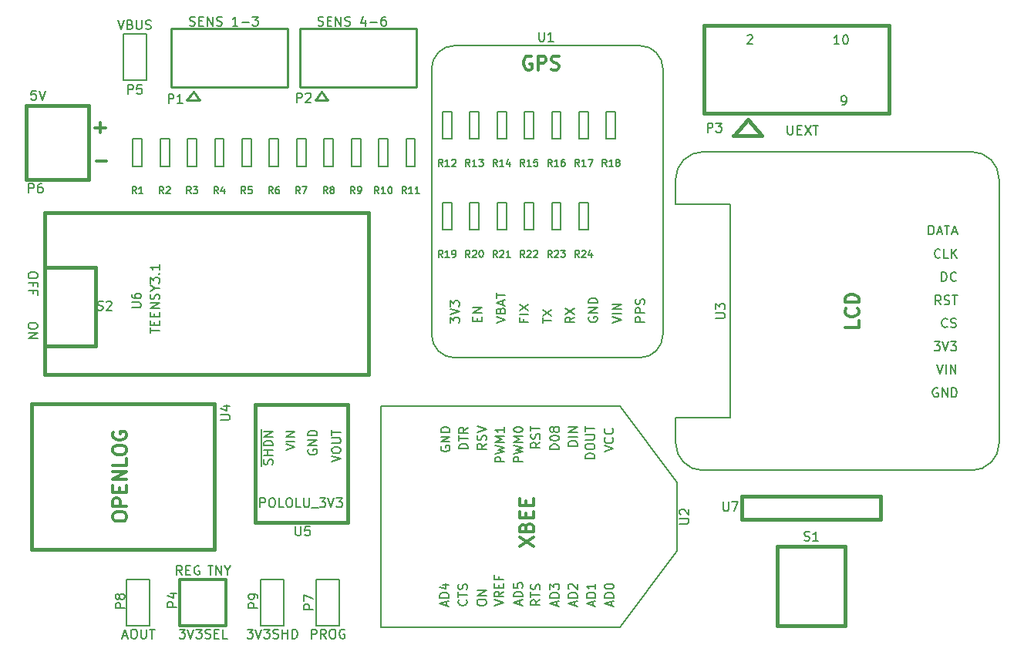
<source format=gto>
G04 (created by PCBNEW (2013-jul-07)-stable) date Wed 25 Feb 2015 12:47:53 PM PST*
%MOIN*%
G04 Gerber Fmt 3.4, Leading zero omitted, Abs format*
%FSLAX34Y34*%
G01*
G70*
G90*
G04 APERTURE LIST*
%ADD10C,0.00590551*%
%ADD11C,0.008*%
%ADD12C,0.012*%
%ADD13C,0.015*%
%ADD14C,0.006*%
%ADD15C,0.00984252*%
G04 APERTURE END LIST*
G54D10*
G54D11*
X43061Y-14961D02*
X43061Y-15285D01*
X43080Y-15323D01*
X43100Y-15342D01*
X43138Y-15361D01*
X43214Y-15361D01*
X43252Y-15342D01*
X43271Y-15323D01*
X43290Y-15285D01*
X43290Y-14961D01*
X43480Y-15152D02*
X43614Y-15152D01*
X43671Y-15361D02*
X43480Y-15361D01*
X43480Y-14961D01*
X43671Y-14961D01*
X43804Y-14961D02*
X44071Y-15361D01*
X44071Y-14961D02*
X43804Y-15361D01*
X44166Y-14961D02*
X44395Y-14961D01*
X44280Y-15361D02*
X44280Y-14961D01*
X14333Y-37047D02*
X14523Y-37047D01*
X14295Y-37161D02*
X14428Y-36761D01*
X14561Y-37161D01*
X14771Y-36761D02*
X14847Y-36761D01*
X14885Y-36780D01*
X14923Y-36819D01*
X14942Y-36895D01*
X14942Y-37028D01*
X14923Y-37104D01*
X14885Y-37142D01*
X14847Y-37161D01*
X14771Y-37161D01*
X14733Y-37142D01*
X14695Y-37104D01*
X14676Y-37028D01*
X14676Y-36895D01*
X14695Y-36819D01*
X14733Y-36780D01*
X14771Y-36761D01*
X15114Y-36761D02*
X15114Y-37085D01*
X15133Y-37123D01*
X15152Y-37142D01*
X15190Y-37161D01*
X15266Y-37161D01*
X15304Y-37142D01*
X15323Y-37123D01*
X15342Y-37085D01*
X15342Y-36761D01*
X15476Y-36761D02*
X15704Y-36761D01*
X15590Y-37161D02*
X15590Y-36761D01*
X22485Y-37161D02*
X22485Y-36761D01*
X22638Y-36761D01*
X22676Y-36780D01*
X22695Y-36800D01*
X22714Y-36838D01*
X22714Y-36895D01*
X22695Y-36933D01*
X22676Y-36952D01*
X22638Y-36971D01*
X22485Y-36971D01*
X23114Y-37161D02*
X22980Y-36971D01*
X22885Y-37161D02*
X22885Y-36761D01*
X23038Y-36761D01*
X23076Y-36780D01*
X23095Y-36800D01*
X23114Y-36838D01*
X23114Y-36895D01*
X23095Y-36933D01*
X23076Y-36952D01*
X23038Y-36971D01*
X22885Y-36971D01*
X23361Y-36761D02*
X23438Y-36761D01*
X23476Y-36780D01*
X23514Y-36819D01*
X23533Y-36895D01*
X23533Y-37028D01*
X23514Y-37104D01*
X23476Y-37142D01*
X23438Y-37161D01*
X23361Y-37161D01*
X23323Y-37142D01*
X23285Y-37104D01*
X23266Y-37028D01*
X23266Y-36895D01*
X23285Y-36819D01*
X23323Y-36780D01*
X23361Y-36761D01*
X23914Y-36780D02*
X23876Y-36761D01*
X23819Y-36761D01*
X23761Y-36780D01*
X23723Y-36819D01*
X23704Y-36857D01*
X23685Y-36933D01*
X23685Y-36990D01*
X23704Y-37066D01*
X23723Y-37104D01*
X23761Y-37142D01*
X23819Y-37161D01*
X23857Y-37161D01*
X23914Y-37142D01*
X23933Y-37123D01*
X23933Y-36990D01*
X23857Y-36990D01*
X14116Y-10411D02*
X14250Y-10811D01*
X14383Y-10411D01*
X14650Y-10602D02*
X14707Y-10621D01*
X14726Y-10640D01*
X14745Y-10678D01*
X14745Y-10735D01*
X14726Y-10773D01*
X14707Y-10792D01*
X14669Y-10811D01*
X14516Y-10811D01*
X14516Y-10411D01*
X14650Y-10411D01*
X14688Y-10430D01*
X14707Y-10450D01*
X14726Y-10488D01*
X14726Y-10526D01*
X14707Y-10564D01*
X14688Y-10583D01*
X14650Y-10602D01*
X14516Y-10602D01*
X14916Y-10411D02*
X14916Y-10735D01*
X14935Y-10773D01*
X14954Y-10792D01*
X14992Y-10811D01*
X15069Y-10811D01*
X15107Y-10792D01*
X15126Y-10773D01*
X15145Y-10735D01*
X15145Y-10411D01*
X15316Y-10792D02*
X15373Y-10811D01*
X15469Y-10811D01*
X15507Y-10792D01*
X15526Y-10773D01*
X15545Y-10735D01*
X15545Y-10697D01*
X15526Y-10659D01*
X15507Y-10640D01*
X15469Y-10621D01*
X15392Y-10602D01*
X15354Y-10583D01*
X15335Y-10564D01*
X15316Y-10526D01*
X15316Y-10488D01*
X15335Y-10450D01*
X15354Y-10430D01*
X15392Y-10411D01*
X15488Y-10411D01*
X15545Y-10430D01*
X10571Y-13461D02*
X10380Y-13461D01*
X10361Y-13652D01*
X10380Y-13633D01*
X10419Y-13614D01*
X10514Y-13614D01*
X10552Y-13633D01*
X10571Y-13652D01*
X10590Y-13690D01*
X10590Y-13785D01*
X10571Y-13823D01*
X10552Y-13842D01*
X10514Y-13861D01*
X10419Y-13861D01*
X10380Y-13842D01*
X10361Y-13823D01*
X10704Y-13461D02*
X10838Y-13861D01*
X10971Y-13461D01*
X18004Y-34011D02*
X18233Y-34011D01*
X18119Y-34411D02*
X18119Y-34011D01*
X18366Y-34411D02*
X18366Y-34011D01*
X18595Y-34411D01*
X18595Y-34011D01*
X18861Y-34221D02*
X18861Y-34411D01*
X18728Y-34011D02*
X18861Y-34221D01*
X18995Y-34011D01*
X16892Y-34411D02*
X16759Y-34221D01*
X16664Y-34411D02*
X16664Y-34011D01*
X16816Y-34011D01*
X16854Y-34030D01*
X16873Y-34050D01*
X16892Y-34088D01*
X16892Y-34145D01*
X16873Y-34183D01*
X16854Y-34202D01*
X16816Y-34221D01*
X16664Y-34221D01*
X17064Y-34202D02*
X17197Y-34202D01*
X17254Y-34411D02*
X17064Y-34411D01*
X17064Y-34011D01*
X17254Y-34011D01*
X17635Y-34030D02*
X17597Y-34011D01*
X17540Y-34011D01*
X17483Y-34030D01*
X17445Y-34069D01*
X17426Y-34107D01*
X17407Y-34183D01*
X17407Y-34240D01*
X17426Y-34316D01*
X17445Y-34354D01*
X17483Y-34392D01*
X17540Y-34411D01*
X17578Y-34411D01*
X17635Y-34392D01*
X17654Y-34373D01*
X17654Y-34240D01*
X17578Y-34240D01*
X16771Y-36761D02*
X17019Y-36761D01*
X16885Y-36914D01*
X16942Y-36914D01*
X16980Y-36933D01*
X17000Y-36952D01*
X17019Y-36990D01*
X17019Y-37085D01*
X17000Y-37123D01*
X16980Y-37142D01*
X16942Y-37161D01*
X16828Y-37161D01*
X16790Y-37142D01*
X16771Y-37123D01*
X17133Y-36761D02*
X17266Y-37161D01*
X17400Y-36761D01*
X17495Y-36761D02*
X17742Y-36761D01*
X17609Y-36914D01*
X17666Y-36914D01*
X17704Y-36933D01*
X17723Y-36952D01*
X17742Y-36990D01*
X17742Y-37085D01*
X17723Y-37123D01*
X17704Y-37142D01*
X17666Y-37161D01*
X17552Y-37161D01*
X17514Y-37142D01*
X17495Y-37123D01*
X17895Y-37142D02*
X17952Y-37161D01*
X18047Y-37161D01*
X18085Y-37142D01*
X18104Y-37123D01*
X18123Y-37085D01*
X18123Y-37047D01*
X18104Y-37009D01*
X18085Y-36990D01*
X18047Y-36971D01*
X17971Y-36952D01*
X17933Y-36933D01*
X17914Y-36914D01*
X17895Y-36876D01*
X17895Y-36838D01*
X17914Y-36800D01*
X17933Y-36780D01*
X17971Y-36761D01*
X18066Y-36761D01*
X18123Y-36780D01*
X18295Y-36952D02*
X18428Y-36952D01*
X18485Y-37161D02*
X18295Y-37161D01*
X18295Y-36761D01*
X18485Y-36761D01*
X18847Y-37161D02*
X18657Y-37161D01*
X18657Y-36761D01*
X19704Y-36761D02*
X19952Y-36761D01*
X19819Y-36914D01*
X19876Y-36914D01*
X19914Y-36933D01*
X19933Y-36952D01*
X19952Y-36990D01*
X19952Y-37085D01*
X19933Y-37123D01*
X19914Y-37142D01*
X19876Y-37161D01*
X19761Y-37161D01*
X19723Y-37142D01*
X19704Y-37123D01*
X20066Y-36761D02*
X20200Y-37161D01*
X20333Y-36761D01*
X20428Y-36761D02*
X20676Y-36761D01*
X20542Y-36914D01*
X20600Y-36914D01*
X20638Y-36933D01*
X20657Y-36952D01*
X20676Y-36990D01*
X20676Y-37085D01*
X20657Y-37123D01*
X20638Y-37142D01*
X20600Y-37161D01*
X20485Y-37161D01*
X20447Y-37142D01*
X20428Y-37123D01*
X20828Y-37142D02*
X20885Y-37161D01*
X20980Y-37161D01*
X21019Y-37142D01*
X21038Y-37123D01*
X21057Y-37085D01*
X21057Y-37047D01*
X21038Y-37009D01*
X21019Y-36990D01*
X20980Y-36971D01*
X20904Y-36952D01*
X20866Y-36933D01*
X20847Y-36914D01*
X20828Y-36876D01*
X20828Y-36838D01*
X20847Y-36800D01*
X20866Y-36780D01*
X20904Y-36761D01*
X21000Y-36761D01*
X21057Y-36780D01*
X21228Y-37161D02*
X21228Y-36761D01*
X21228Y-36952D02*
X21457Y-36952D01*
X21457Y-37161D02*
X21457Y-36761D01*
X21647Y-37161D02*
X21647Y-36761D01*
X21742Y-36761D01*
X21800Y-36780D01*
X21838Y-36819D01*
X21857Y-36857D01*
X21876Y-36933D01*
X21876Y-36990D01*
X21857Y-37066D01*
X21838Y-37104D01*
X21800Y-37142D01*
X21742Y-37161D01*
X21647Y-37161D01*
G54D12*
X13171Y-16514D02*
X13628Y-16514D01*
X13121Y-15064D02*
X13578Y-15064D01*
X13350Y-15292D02*
X13350Y-14835D01*
G54D11*
X22773Y-10642D02*
X22830Y-10661D01*
X22926Y-10661D01*
X22964Y-10642D01*
X22983Y-10623D01*
X23002Y-10585D01*
X23002Y-10547D01*
X22983Y-10509D01*
X22964Y-10490D01*
X22926Y-10471D01*
X22850Y-10452D01*
X22811Y-10433D01*
X22792Y-10414D01*
X22773Y-10376D01*
X22773Y-10338D01*
X22792Y-10300D01*
X22811Y-10280D01*
X22850Y-10261D01*
X22945Y-10261D01*
X23002Y-10280D01*
X23173Y-10452D02*
X23307Y-10452D01*
X23364Y-10661D02*
X23173Y-10661D01*
X23173Y-10261D01*
X23364Y-10261D01*
X23535Y-10661D02*
X23535Y-10261D01*
X23764Y-10661D01*
X23764Y-10261D01*
X23935Y-10642D02*
X23992Y-10661D01*
X24088Y-10661D01*
X24126Y-10642D01*
X24145Y-10623D01*
X24164Y-10585D01*
X24164Y-10547D01*
X24145Y-10509D01*
X24126Y-10490D01*
X24088Y-10471D01*
X24011Y-10452D01*
X23973Y-10433D01*
X23954Y-10414D01*
X23935Y-10376D01*
X23935Y-10338D01*
X23954Y-10300D01*
X23973Y-10280D01*
X24011Y-10261D01*
X24107Y-10261D01*
X24164Y-10280D01*
X24811Y-10395D02*
X24811Y-10661D01*
X24716Y-10242D02*
X24621Y-10528D01*
X24869Y-10528D01*
X25021Y-10509D02*
X25326Y-10509D01*
X25688Y-10261D02*
X25611Y-10261D01*
X25573Y-10280D01*
X25554Y-10300D01*
X25516Y-10357D01*
X25497Y-10433D01*
X25497Y-10585D01*
X25516Y-10623D01*
X25535Y-10642D01*
X25573Y-10661D01*
X25650Y-10661D01*
X25688Y-10642D01*
X25707Y-10623D01*
X25726Y-10585D01*
X25726Y-10490D01*
X25707Y-10452D01*
X25688Y-10433D01*
X25650Y-10414D01*
X25573Y-10414D01*
X25535Y-10433D01*
X25516Y-10452D01*
X25497Y-10490D01*
X17223Y-10642D02*
X17280Y-10661D01*
X17376Y-10661D01*
X17414Y-10642D01*
X17433Y-10623D01*
X17452Y-10585D01*
X17452Y-10547D01*
X17433Y-10509D01*
X17414Y-10490D01*
X17376Y-10471D01*
X17300Y-10452D01*
X17261Y-10433D01*
X17242Y-10414D01*
X17223Y-10376D01*
X17223Y-10338D01*
X17242Y-10300D01*
X17261Y-10280D01*
X17300Y-10261D01*
X17395Y-10261D01*
X17452Y-10280D01*
X17623Y-10452D02*
X17757Y-10452D01*
X17814Y-10661D02*
X17623Y-10661D01*
X17623Y-10261D01*
X17814Y-10261D01*
X17985Y-10661D02*
X17985Y-10261D01*
X18214Y-10661D01*
X18214Y-10261D01*
X18385Y-10642D02*
X18442Y-10661D01*
X18538Y-10661D01*
X18576Y-10642D01*
X18595Y-10623D01*
X18614Y-10585D01*
X18614Y-10547D01*
X18595Y-10509D01*
X18576Y-10490D01*
X18538Y-10471D01*
X18461Y-10452D01*
X18423Y-10433D01*
X18404Y-10414D01*
X18385Y-10376D01*
X18385Y-10338D01*
X18404Y-10300D01*
X18423Y-10280D01*
X18461Y-10261D01*
X18557Y-10261D01*
X18614Y-10280D01*
X19300Y-10661D02*
X19071Y-10661D01*
X19185Y-10661D02*
X19185Y-10261D01*
X19147Y-10319D01*
X19109Y-10357D01*
X19071Y-10376D01*
X19471Y-10509D02*
X19776Y-10509D01*
X19928Y-10261D02*
X20176Y-10261D01*
X20042Y-10414D01*
X20100Y-10414D01*
X20138Y-10433D01*
X20157Y-10452D01*
X20176Y-10490D01*
X20176Y-10585D01*
X20157Y-10623D01*
X20138Y-10642D01*
X20100Y-10661D01*
X19985Y-10661D01*
X19947Y-10642D01*
X19928Y-10623D01*
X10638Y-21419D02*
X10638Y-21495D01*
X10619Y-21533D01*
X10580Y-21571D01*
X10504Y-21590D01*
X10371Y-21590D01*
X10295Y-21571D01*
X10257Y-21533D01*
X10238Y-21495D01*
X10238Y-21419D01*
X10257Y-21380D01*
X10295Y-21342D01*
X10371Y-21323D01*
X10504Y-21323D01*
X10580Y-21342D01*
X10619Y-21380D01*
X10638Y-21419D01*
X10447Y-21895D02*
X10447Y-21761D01*
X10238Y-21761D02*
X10638Y-21761D01*
X10638Y-21952D01*
X10447Y-22238D02*
X10447Y-22104D01*
X10238Y-22104D02*
X10638Y-22104D01*
X10638Y-22295D01*
X10638Y-23602D02*
X10638Y-23678D01*
X10619Y-23716D01*
X10580Y-23754D01*
X10504Y-23773D01*
X10371Y-23773D01*
X10295Y-23754D01*
X10257Y-23716D01*
X10238Y-23678D01*
X10238Y-23602D01*
X10257Y-23564D01*
X10295Y-23526D01*
X10371Y-23507D01*
X10504Y-23507D01*
X10580Y-23526D01*
X10619Y-23564D01*
X10638Y-23602D01*
X10238Y-23945D02*
X10638Y-23945D01*
X10238Y-24173D01*
X10638Y-24173D01*
G54D10*
X38287Y-33385D02*
X35826Y-36673D01*
X35826Y-27106D02*
X38287Y-30393D01*
X38287Y-30393D02*
X38287Y-33385D01*
X25492Y-27106D02*
X35826Y-27106D01*
X25492Y-27106D02*
X25492Y-36673D01*
X25492Y-36673D02*
X35826Y-36673D01*
G54D13*
X41094Y-30996D02*
X41094Y-31996D01*
X41094Y-31996D02*
X47094Y-31996D01*
X47094Y-31996D02*
X47094Y-30996D01*
X47094Y-30996D02*
X41094Y-30996D01*
X20050Y-27050D02*
X20050Y-32150D01*
X24070Y-27050D02*
X24050Y-32150D01*
X20050Y-27050D02*
X24050Y-27050D01*
X20050Y-32150D02*
X24050Y-32150D01*
G54D12*
X18800Y-36600D02*
X16800Y-36600D01*
X16800Y-36600D02*
X16800Y-34600D01*
X16800Y-34600D02*
X18800Y-34600D01*
X18800Y-34600D02*
X18800Y-36600D01*
G54D14*
X22700Y-34600D02*
X23700Y-34600D01*
X23700Y-34600D02*
X23700Y-36600D01*
X23700Y-36600D02*
X22700Y-36600D01*
X22700Y-36600D02*
X22700Y-34600D01*
X14350Y-11000D02*
X15350Y-11000D01*
X15350Y-11000D02*
X15350Y-13000D01*
X15350Y-13000D02*
X14350Y-13000D01*
X14350Y-13000D02*
X14350Y-11000D01*
X20300Y-34600D02*
X21300Y-34600D01*
X21300Y-34600D02*
X21300Y-36600D01*
X21300Y-36600D02*
X20300Y-36600D01*
X20300Y-36600D02*
X20300Y-34600D01*
G54D13*
X18300Y-27000D02*
X18300Y-33300D01*
X10400Y-27000D02*
X10400Y-33300D01*
X18300Y-33300D02*
X10450Y-33300D01*
X10450Y-33300D02*
X10400Y-33300D01*
X18300Y-27000D02*
X10400Y-27000D01*
X45570Y-36614D02*
X45570Y-33169D01*
X42618Y-33169D02*
X42618Y-36614D01*
X42618Y-36614D02*
X45570Y-36614D01*
X42618Y-33169D02*
X45570Y-33169D01*
X12050Y-24500D02*
X13150Y-24500D01*
X13150Y-24500D02*
X13150Y-21100D01*
X13150Y-21100D02*
X10950Y-21100D01*
X10950Y-21100D02*
X10950Y-24500D01*
X10950Y-24500D02*
X12050Y-24500D01*
G54D10*
X36677Y-25015D02*
G75*
G03X37677Y-24015I0J1000D01*
G74*
G01*
X27677Y-24015D02*
G75*
G03X28677Y-25015I1000J0D01*
G74*
G01*
X37677Y-12515D02*
G75*
G03X36677Y-11515I-1000J0D01*
G74*
G01*
X28677Y-11515D02*
G75*
G03X27677Y-12515I0J-1000D01*
G74*
G01*
X28677Y-25015D02*
X36677Y-25015D01*
X28677Y-11515D02*
X36677Y-11515D01*
X37677Y-12515D02*
X37677Y-24015D01*
X27677Y-12515D02*
X27677Y-24015D01*
X40590Y-18380D02*
X40590Y-27620D01*
X38230Y-27620D02*
X40590Y-27620D01*
X38230Y-18380D02*
X40590Y-18380D01*
X39410Y-16110D02*
G75*
G03X38230Y-17290I0J-1180D01*
G74*
G01*
X38230Y-28710D02*
G75*
G03X39410Y-29890I1180J0D01*
G74*
G01*
X38230Y-28710D02*
X38230Y-27620D01*
X38230Y-17290D02*
X38230Y-18380D01*
X51030Y-29890D02*
G75*
G03X52210Y-28710I0J1180D01*
G74*
G01*
X52210Y-17290D02*
G75*
G03X51030Y-16110I-1180J0D01*
G74*
G01*
X52210Y-17290D02*
X52210Y-28710D01*
X51030Y-29890D02*
X39410Y-29890D01*
X51030Y-16110D02*
X39410Y-16110D01*
G54D13*
X12850Y-14100D02*
X10150Y-14100D01*
X10150Y-14100D02*
X10150Y-17300D01*
X10150Y-17300D02*
X12850Y-17300D01*
X12850Y-17300D02*
X12850Y-14100D01*
G54D14*
X14500Y-34600D02*
X15500Y-34600D01*
X15500Y-34600D02*
X15500Y-36600D01*
X15500Y-36600D02*
X14500Y-36600D01*
X14500Y-36600D02*
X14500Y-34600D01*
G54D13*
X39450Y-10650D02*
X47450Y-10650D01*
X47450Y-10650D02*
X47450Y-14450D01*
X47450Y-14450D02*
X39450Y-14450D01*
X39450Y-14450D02*
X39450Y-10650D01*
X40733Y-15424D02*
X41915Y-15424D01*
X41338Y-14711D02*
X40738Y-15411D01*
X41938Y-15410D02*
X41338Y-14710D01*
X10950Y-25750D02*
X24950Y-25750D01*
X24950Y-25750D02*
X24950Y-18750D01*
X24950Y-18750D02*
X10950Y-18750D01*
X10950Y-18750D02*
X10950Y-25750D01*
G54D15*
X17375Y-13506D02*
X17099Y-13861D01*
X17099Y-13861D02*
X17650Y-13861D01*
X17650Y-13861D02*
X17375Y-13506D01*
X16430Y-10790D02*
X16430Y-13309D01*
X16430Y-13309D02*
X21469Y-13309D01*
X21469Y-13309D02*
X21469Y-10790D01*
X21469Y-10790D02*
X16430Y-10790D01*
X22925Y-13506D02*
X22649Y-13861D01*
X22649Y-13861D02*
X23200Y-13861D01*
X23200Y-13861D02*
X22925Y-13506D01*
X21980Y-10790D02*
X21980Y-13309D01*
X21980Y-13309D02*
X27019Y-13309D01*
X27019Y-13309D02*
X27019Y-10790D01*
X27019Y-10790D02*
X21980Y-10790D01*
G54D10*
X15944Y-16732D02*
X16338Y-16732D01*
X16338Y-16732D02*
X16338Y-15551D01*
X16338Y-15551D02*
X15944Y-15551D01*
X15944Y-15551D02*
X15944Y-16732D01*
X17125Y-16732D02*
X17519Y-16732D01*
X17519Y-16732D02*
X17519Y-15551D01*
X17519Y-15551D02*
X17125Y-15551D01*
X17125Y-15551D02*
X17125Y-16732D01*
X18307Y-16732D02*
X18700Y-16732D01*
X18700Y-16732D02*
X18700Y-15551D01*
X18700Y-15551D02*
X18307Y-15551D01*
X18307Y-15551D02*
X18307Y-16732D01*
X19488Y-16732D02*
X19881Y-16732D01*
X19881Y-16732D02*
X19881Y-15551D01*
X19881Y-15551D02*
X19488Y-15551D01*
X19488Y-15551D02*
X19488Y-16732D01*
X20669Y-16732D02*
X21062Y-16732D01*
X21062Y-16732D02*
X21062Y-15551D01*
X21062Y-15551D02*
X20669Y-15551D01*
X20669Y-15551D02*
X20669Y-16732D01*
X21850Y-16732D02*
X22244Y-16732D01*
X22244Y-16732D02*
X22244Y-15551D01*
X22244Y-15551D02*
X21850Y-15551D01*
X21850Y-15551D02*
X21850Y-16732D01*
X23031Y-16732D02*
X23425Y-16732D01*
X23425Y-16732D02*
X23425Y-15551D01*
X23425Y-15551D02*
X23031Y-15551D01*
X23031Y-15551D02*
X23031Y-16732D01*
X24212Y-16732D02*
X24606Y-16732D01*
X24606Y-16732D02*
X24606Y-15551D01*
X24606Y-15551D02*
X24212Y-15551D01*
X24212Y-15551D02*
X24212Y-16732D01*
X25393Y-16732D02*
X25787Y-16732D01*
X25787Y-16732D02*
X25787Y-15551D01*
X25787Y-15551D02*
X25393Y-15551D01*
X25393Y-15551D02*
X25393Y-16732D01*
X26574Y-16732D02*
X26968Y-16732D01*
X26968Y-16732D02*
X26968Y-15551D01*
X26968Y-15551D02*
X26574Y-15551D01*
X26574Y-15551D02*
X26574Y-16732D01*
X28149Y-15551D02*
X28543Y-15551D01*
X28543Y-15551D02*
X28543Y-14370D01*
X28543Y-14370D02*
X28149Y-14370D01*
X28149Y-14370D02*
X28149Y-15551D01*
X14763Y-16732D02*
X15157Y-16732D01*
X15157Y-16732D02*
X15157Y-15551D01*
X15157Y-15551D02*
X14763Y-15551D01*
X14763Y-15551D02*
X14763Y-16732D01*
X30511Y-15551D02*
X30905Y-15551D01*
X30905Y-15551D02*
X30905Y-14370D01*
X30905Y-14370D02*
X30511Y-14370D01*
X30511Y-14370D02*
X30511Y-15551D01*
X31692Y-15551D02*
X32086Y-15551D01*
X32086Y-15551D02*
X32086Y-14370D01*
X32086Y-14370D02*
X31692Y-14370D01*
X31692Y-14370D02*
X31692Y-15551D01*
X32874Y-15551D02*
X33267Y-15551D01*
X33267Y-15551D02*
X33267Y-14370D01*
X33267Y-14370D02*
X32874Y-14370D01*
X32874Y-14370D02*
X32874Y-15551D01*
X34055Y-15551D02*
X34448Y-15551D01*
X34448Y-15551D02*
X34448Y-14370D01*
X34448Y-14370D02*
X34055Y-14370D01*
X34055Y-14370D02*
X34055Y-15551D01*
X35236Y-15551D02*
X35629Y-15551D01*
X35629Y-15551D02*
X35629Y-14370D01*
X35629Y-14370D02*
X35236Y-14370D01*
X35236Y-14370D02*
X35236Y-15551D01*
X28149Y-19488D02*
X28543Y-19488D01*
X28543Y-19488D02*
X28543Y-18307D01*
X28543Y-18307D02*
X28149Y-18307D01*
X28149Y-18307D02*
X28149Y-19488D01*
X29330Y-19488D02*
X29724Y-19488D01*
X29724Y-19488D02*
X29724Y-18307D01*
X29724Y-18307D02*
X29330Y-18307D01*
X29330Y-18307D02*
X29330Y-19488D01*
X30511Y-19488D02*
X30905Y-19488D01*
X30905Y-19488D02*
X30905Y-18307D01*
X30905Y-18307D02*
X30511Y-18307D01*
X30511Y-18307D02*
X30511Y-19488D01*
X31692Y-19488D02*
X32086Y-19488D01*
X32086Y-19488D02*
X32086Y-18307D01*
X32086Y-18307D02*
X31692Y-18307D01*
X31692Y-18307D02*
X31692Y-19488D01*
X32874Y-19488D02*
X33267Y-19488D01*
X33267Y-19488D02*
X33267Y-18307D01*
X33267Y-18307D02*
X32874Y-18307D01*
X32874Y-18307D02*
X32874Y-19488D01*
X34055Y-19488D02*
X34448Y-19488D01*
X34448Y-19488D02*
X34448Y-18307D01*
X34448Y-18307D02*
X34055Y-18307D01*
X34055Y-18307D02*
X34055Y-19488D01*
X29330Y-15551D02*
X29724Y-15551D01*
X29724Y-15551D02*
X29724Y-14370D01*
X29724Y-14370D02*
X29330Y-14370D01*
X29330Y-14370D02*
X29330Y-15551D01*
G54D11*
X38401Y-32194D02*
X38725Y-32194D01*
X38763Y-32175D01*
X38782Y-32156D01*
X38801Y-32118D01*
X38801Y-32042D01*
X38782Y-32004D01*
X38763Y-31985D01*
X38725Y-31965D01*
X38401Y-31965D01*
X38439Y-31794D02*
X38420Y-31775D01*
X38401Y-31737D01*
X38401Y-31642D01*
X38420Y-31604D01*
X38439Y-31585D01*
X38477Y-31565D01*
X38515Y-31565D01*
X38573Y-31585D01*
X38801Y-31813D01*
X38801Y-31565D01*
G54D12*
X31482Y-33182D02*
X32082Y-32782D01*
X31482Y-32782D02*
X32082Y-33182D01*
X31768Y-32354D02*
X31796Y-32268D01*
X31825Y-32239D01*
X31882Y-32211D01*
X31968Y-32211D01*
X32025Y-32239D01*
X32054Y-32268D01*
X32082Y-32325D01*
X32082Y-32554D01*
X31482Y-32554D01*
X31482Y-32354D01*
X31511Y-32296D01*
X31539Y-32268D01*
X31596Y-32239D01*
X31654Y-32239D01*
X31711Y-32268D01*
X31739Y-32296D01*
X31768Y-32354D01*
X31768Y-32554D01*
X31768Y-31954D02*
X31768Y-31754D01*
X32082Y-31668D02*
X32082Y-31954D01*
X31482Y-31954D01*
X31482Y-31668D01*
X31768Y-31411D02*
X31768Y-31211D01*
X32082Y-31125D02*
X32082Y-31411D01*
X31482Y-31411D01*
X31482Y-31125D01*
G54D10*
X28314Y-35753D02*
X28314Y-35566D01*
X28427Y-35791D02*
X28033Y-35659D01*
X28427Y-35528D01*
X28427Y-35397D02*
X28033Y-35397D01*
X28033Y-35303D01*
X28052Y-35247D01*
X28089Y-35209D01*
X28127Y-35191D01*
X28202Y-35172D01*
X28258Y-35172D01*
X28333Y-35191D01*
X28370Y-35209D01*
X28408Y-35247D01*
X28427Y-35303D01*
X28427Y-35397D01*
X28164Y-34835D02*
X28427Y-34835D01*
X28014Y-34928D02*
X28295Y-35022D01*
X28295Y-34778D01*
X29176Y-35491D02*
X29195Y-35509D01*
X29214Y-35566D01*
X29214Y-35603D01*
X29195Y-35659D01*
X29158Y-35697D01*
X29120Y-35716D01*
X29045Y-35734D01*
X28989Y-35734D01*
X28914Y-35716D01*
X28877Y-35697D01*
X28839Y-35659D01*
X28820Y-35603D01*
X28820Y-35566D01*
X28839Y-35509D01*
X28858Y-35491D01*
X28820Y-35378D02*
X28820Y-35153D01*
X29214Y-35266D02*
X28820Y-35266D01*
X29195Y-35041D02*
X29214Y-34985D01*
X29214Y-34891D01*
X29195Y-34853D01*
X29176Y-34835D01*
X29139Y-34816D01*
X29101Y-34816D01*
X29064Y-34835D01*
X29045Y-34853D01*
X29026Y-34891D01*
X29008Y-34966D01*
X28989Y-35003D01*
X28970Y-35022D01*
X28933Y-35041D01*
X28895Y-35041D01*
X28858Y-35022D01*
X28839Y-35003D01*
X28820Y-34966D01*
X28820Y-34872D01*
X28839Y-34816D01*
X29647Y-35637D02*
X29647Y-35562D01*
X29666Y-35524D01*
X29703Y-35487D01*
X29778Y-35468D01*
X29910Y-35468D01*
X29985Y-35487D01*
X30022Y-35524D01*
X30041Y-35562D01*
X30041Y-35637D01*
X30022Y-35674D01*
X29985Y-35712D01*
X29910Y-35731D01*
X29778Y-35731D01*
X29703Y-35712D01*
X29666Y-35674D01*
X29647Y-35637D01*
X30041Y-35299D02*
X29647Y-35299D01*
X30041Y-35074D01*
X29647Y-35074D01*
X30395Y-35753D02*
X30789Y-35622D01*
X30395Y-35491D01*
X30789Y-35134D02*
X30601Y-35266D01*
X30789Y-35359D02*
X30395Y-35359D01*
X30395Y-35209D01*
X30414Y-35172D01*
X30433Y-35153D01*
X30470Y-35134D01*
X30526Y-35134D01*
X30564Y-35153D01*
X30583Y-35172D01*
X30601Y-35209D01*
X30601Y-35359D01*
X30583Y-34966D02*
X30583Y-34835D01*
X30789Y-34778D02*
X30789Y-34966D01*
X30395Y-34966D01*
X30395Y-34778D01*
X30583Y-34478D02*
X30583Y-34610D01*
X30789Y-34610D02*
X30395Y-34610D01*
X30395Y-34422D01*
X31503Y-35714D02*
X31503Y-35526D01*
X31616Y-35751D02*
X31222Y-35620D01*
X31616Y-35489D01*
X31616Y-35358D02*
X31222Y-35358D01*
X31222Y-35264D01*
X31241Y-35208D01*
X31278Y-35170D01*
X31316Y-35151D01*
X31391Y-35133D01*
X31447Y-35133D01*
X31522Y-35151D01*
X31559Y-35170D01*
X31597Y-35208D01*
X31616Y-35264D01*
X31616Y-35358D01*
X31222Y-34776D02*
X31222Y-34964D01*
X31409Y-34983D01*
X31391Y-34964D01*
X31372Y-34926D01*
X31372Y-34833D01*
X31391Y-34795D01*
X31409Y-34776D01*
X31447Y-34758D01*
X31541Y-34758D01*
X31578Y-34776D01*
X31597Y-34795D01*
X31616Y-34833D01*
X31616Y-34926D01*
X31597Y-34964D01*
X31578Y-34983D01*
X32364Y-35491D02*
X32176Y-35622D01*
X32364Y-35716D02*
X31970Y-35716D01*
X31970Y-35566D01*
X31989Y-35528D01*
X32007Y-35509D01*
X32045Y-35491D01*
X32101Y-35491D01*
X32139Y-35509D01*
X32157Y-35528D01*
X32176Y-35566D01*
X32176Y-35716D01*
X31970Y-35378D02*
X31970Y-35153D01*
X32364Y-35266D02*
X31970Y-35266D01*
X32345Y-35041D02*
X32364Y-34985D01*
X32364Y-34891D01*
X32345Y-34853D01*
X32326Y-34835D01*
X32289Y-34816D01*
X32251Y-34816D01*
X32214Y-34835D01*
X32195Y-34853D01*
X32176Y-34891D01*
X32157Y-34966D01*
X32139Y-35003D01*
X32120Y-35022D01*
X32082Y-35041D01*
X32045Y-35041D01*
X32007Y-35022D01*
X31989Y-35003D01*
X31970Y-34966D01*
X31970Y-34872D01*
X31989Y-34816D01*
X33078Y-35753D02*
X33078Y-35566D01*
X33190Y-35791D02*
X32797Y-35659D01*
X33190Y-35528D01*
X33190Y-35397D02*
X32797Y-35397D01*
X32797Y-35303D01*
X32815Y-35247D01*
X32853Y-35209D01*
X32890Y-35191D01*
X32965Y-35172D01*
X33022Y-35172D01*
X33097Y-35191D01*
X33134Y-35209D01*
X33172Y-35247D01*
X33190Y-35303D01*
X33190Y-35397D01*
X32797Y-35041D02*
X32797Y-34797D01*
X32947Y-34928D01*
X32947Y-34872D01*
X32965Y-34835D01*
X32984Y-34816D01*
X33022Y-34797D01*
X33115Y-34797D01*
X33153Y-34816D01*
X33172Y-34835D01*
X33190Y-34872D01*
X33190Y-34985D01*
X33172Y-35022D01*
X33153Y-35041D01*
X33865Y-35753D02*
X33865Y-35566D01*
X33978Y-35791D02*
X33584Y-35659D01*
X33978Y-35528D01*
X33978Y-35397D02*
X33584Y-35397D01*
X33584Y-35303D01*
X33603Y-35247D01*
X33640Y-35209D01*
X33678Y-35191D01*
X33753Y-35172D01*
X33809Y-35172D01*
X33884Y-35191D01*
X33922Y-35209D01*
X33959Y-35247D01*
X33978Y-35303D01*
X33978Y-35397D01*
X33622Y-35022D02*
X33603Y-35003D01*
X33584Y-34966D01*
X33584Y-34872D01*
X33603Y-34835D01*
X33622Y-34816D01*
X33659Y-34797D01*
X33697Y-34797D01*
X33753Y-34816D01*
X33978Y-35041D01*
X33978Y-34797D01*
X34653Y-35753D02*
X34653Y-35566D01*
X34765Y-35791D02*
X34371Y-35659D01*
X34765Y-35528D01*
X34765Y-35397D02*
X34371Y-35397D01*
X34371Y-35303D01*
X34390Y-35247D01*
X34428Y-35209D01*
X34465Y-35191D01*
X34540Y-35172D01*
X34596Y-35172D01*
X34671Y-35191D01*
X34709Y-35209D01*
X34746Y-35247D01*
X34765Y-35303D01*
X34765Y-35397D01*
X34765Y-34797D02*
X34765Y-35022D01*
X34765Y-34910D02*
X34371Y-34910D01*
X34428Y-34947D01*
X34465Y-34985D01*
X34484Y-35022D01*
X35440Y-35753D02*
X35440Y-35566D01*
X35553Y-35791D02*
X35159Y-35659D01*
X35553Y-35528D01*
X35553Y-35397D02*
X35159Y-35397D01*
X35159Y-35303D01*
X35178Y-35247D01*
X35215Y-35209D01*
X35253Y-35191D01*
X35328Y-35172D01*
X35384Y-35172D01*
X35459Y-35191D01*
X35496Y-35209D01*
X35534Y-35247D01*
X35553Y-35303D01*
X35553Y-35397D01*
X35159Y-34928D02*
X35159Y-34891D01*
X35178Y-34853D01*
X35196Y-34835D01*
X35234Y-34816D01*
X35309Y-34797D01*
X35403Y-34797D01*
X35478Y-34816D01*
X35515Y-34835D01*
X35534Y-34853D01*
X35553Y-34891D01*
X35553Y-34928D01*
X35534Y-34966D01*
X35515Y-34985D01*
X35478Y-35003D01*
X35403Y-35022D01*
X35309Y-35022D01*
X35234Y-35003D01*
X35196Y-34985D01*
X35178Y-34966D01*
X35159Y-34928D01*
X28091Y-28843D02*
X28072Y-28880D01*
X28072Y-28937D01*
X28091Y-28993D01*
X28128Y-29030D01*
X28166Y-29049D01*
X28241Y-29068D01*
X28297Y-29068D01*
X28372Y-29049D01*
X28410Y-29030D01*
X28447Y-28993D01*
X28466Y-28937D01*
X28466Y-28899D01*
X28447Y-28843D01*
X28428Y-28824D01*
X28297Y-28824D01*
X28297Y-28899D01*
X28466Y-28655D02*
X28072Y-28655D01*
X28466Y-28430D01*
X28072Y-28430D01*
X28466Y-28243D02*
X28072Y-28243D01*
X28072Y-28149D01*
X28091Y-28093D01*
X28128Y-28055D01*
X28166Y-28037D01*
X28241Y-28018D01*
X28297Y-28018D01*
X28372Y-28037D01*
X28410Y-28055D01*
X28447Y-28093D01*
X28466Y-28149D01*
X28466Y-28243D01*
X29253Y-28953D02*
X28860Y-28953D01*
X28860Y-28860D01*
X28878Y-28803D01*
X28916Y-28766D01*
X28953Y-28747D01*
X29028Y-28728D01*
X29085Y-28728D01*
X29160Y-28747D01*
X29197Y-28766D01*
X29235Y-28803D01*
X29253Y-28860D01*
X29253Y-28953D01*
X28860Y-28616D02*
X28860Y-28391D01*
X29253Y-28503D02*
X28860Y-28503D01*
X29253Y-28035D02*
X29066Y-28166D01*
X29253Y-28260D02*
X28860Y-28260D01*
X28860Y-28110D01*
X28878Y-28072D01*
X28897Y-28053D01*
X28935Y-28035D01*
X28991Y-28035D01*
X29028Y-28053D01*
X29047Y-28072D01*
X29066Y-28110D01*
X29066Y-28260D01*
X30041Y-28738D02*
X29853Y-28869D01*
X30041Y-28963D02*
X29647Y-28963D01*
X29647Y-28813D01*
X29666Y-28775D01*
X29685Y-28757D01*
X29722Y-28738D01*
X29778Y-28738D01*
X29816Y-28757D01*
X29835Y-28775D01*
X29853Y-28813D01*
X29853Y-28963D01*
X30022Y-28588D02*
X30041Y-28532D01*
X30041Y-28438D01*
X30022Y-28400D01*
X30003Y-28382D01*
X29966Y-28363D01*
X29928Y-28363D01*
X29891Y-28382D01*
X29872Y-28400D01*
X29853Y-28438D01*
X29835Y-28513D01*
X29816Y-28550D01*
X29797Y-28569D01*
X29760Y-28588D01*
X29722Y-28588D01*
X29685Y-28569D01*
X29666Y-28550D01*
X29647Y-28513D01*
X29647Y-28419D01*
X29666Y-28363D01*
X29647Y-28250D02*
X30041Y-28119D01*
X29647Y-27988D01*
X30828Y-29520D02*
X30434Y-29520D01*
X30434Y-29370D01*
X30453Y-29332D01*
X30472Y-29313D01*
X30509Y-29295D01*
X30566Y-29295D01*
X30603Y-29313D01*
X30622Y-29332D01*
X30641Y-29370D01*
X30641Y-29520D01*
X30434Y-29163D02*
X30828Y-29070D01*
X30547Y-28995D01*
X30828Y-28920D01*
X30434Y-28826D01*
X30828Y-28676D02*
X30434Y-28676D01*
X30716Y-28545D01*
X30434Y-28413D01*
X30828Y-28413D01*
X30828Y-28020D02*
X30828Y-28245D01*
X30828Y-28132D02*
X30434Y-28132D01*
X30491Y-28170D01*
X30528Y-28207D01*
X30547Y-28245D01*
X31616Y-29520D02*
X31222Y-29520D01*
X31222Y-29370D01*
X31241Y-29332D01*
X31259Y-29313D01*
X31297Y-29295D01*
X31353Y-29295D01*
X31391Y-29313D01*
X31409Y-29332D01*
X31428Y-29370D01*
X31428Y-29520D01*
X31222Y-29163D02*
X31616Y-29070D01*
X31334Y-28995D01*
X31616Y-28920D01*
X31222Y-28826D01*
X31616Y-28676D02*
X31222Y-28676D01*
X31503Y-28545D01*
X31222Y-28413D01*
X31616Y-28413D01*
X31222Y-28151D02*
X31222Y-28113D01*
X31241Y-28076D01*
X31259Y-28057D01*
X31297Y-28038D01*
X31372Y-28020D01*
X31466Y-28020D01*
X31541Y-28038D01*
X31578Y-28057D01*
X31597Y-28076D01*
X31616Y-28113D01*
X31616Y-28151D01*
X31597Y-28188D01*
X31578Y-28207D01*
X31541Y-28226D01*
X31466Y-28245D01*
X31372Y-28245D01*
X31297Y-28226D01*
X31259Y-28207D01*
X31241Y-28188D01*
X31222Y-28151D01*
X32364Y-28680D02*
X32176Y-28811D01*
X32364Y-28905D02*
X31970Y-28905D01*
X31970Y-28755D01*
X31989Y-28717D01*
X32007Y-28698D01*
X32045Y-28680D01*
X32101Y-28680D01*
X32139Y-28698D01*
X32157Y-28717D01*
X32176Y-28755D01*
X32176Y-28905D01*
X32345Y-28530D02*
X32364Y-28473D01*
X32364Y-28380D01*
X32345Y-28342D01*
X32326Y-28323D01*
X32289Y-28305D01*
X32251Y-28305D01*
X32214Y-28323D01*
X32195Y-28342D01*
X32176Y-28380D01*
X32157Y-28455D01*
X32139Y-28492D01*
X32120Y-28511D01*
X32082Y-28530D01*
X32045Y-28530D01*
X32007Y-28511D01*
X31989Y-28492D01*
X31970Y-28455D01*
X31970Y-28361D01*
X31989Y-28305D01*
X31970Y-28192D02*
X31970Y-27967D01*
X32364Y-28080D02*
X31970Y-28080D01*
X33190Y-28982D02*
X32797Y-28982D01*
X32797Y-28888D01*
X32815Y-28832D01*
X32853Y-28794D01*
X32890Y-28775D01*
X32965Y-28757D01*
X33022Y-28757D01*
X33097Y-28775D01*
X33134Y-28794D01*
X33172Y-28832D01*
X33190Y-28888D01*
X33190Y-28982D01*
X32797Y-28513D02*
X32797Y-28475D01*
X32815Y-28438D01*
X32834Y-28419D01*
X32872Y-28400D01*
X32947Y-28382D01*
X33040Y-28382D01*
X33115Y-28400D01*
X33153Y-28419D01*
X33172Y-28438D01*
X33190Y-28475D01*
X33190Y-28513D01*
X33172Y-28550D01*
X33153Y-28569D01*
X33115Y-28588D01*
X33040Y-28607D01*
X32947Y-28607D01*
X32872Y-28588D01*
X32834Y-28569D01*
X32815Y-28550D01*
X32797Y-28513D01*
X32965Y-28157D02*
X32947Y-28194D01*
X32928Y-28213D01*
X32890Y-28232D01*
X32872Y-28232D01*
X32834Y-28213D01*
X32815Y-28194D01*
X32797Y-28157D01*
X32797Y-28082D01*
X32815Y-28044D01*
X32834Y-28025D01*
X32872Y-28007D01*
X32890Y-28007D01*
X32928Y-28025D01*
X32947Y-28044D01*
X32965Y-28082D01*
X32965Y-28157D01*
X32984Y-28194D01*
X33003Y-28213D01*
X33040Y-28232D01*
X33115Y-28232D01*
X33153Y-28213D01*
X33172Y-28194D01*
X33190Y-28157D01*
X33190Y-28082D01*
X33172Y-28044D01*
X33153Y-28025D01*
X33115Y-28007D01*
X33040Y-28007D01*
X33003Y-28025D01*
X32984Y-28044D01*
X32965Y-28082D01*
X33978Y-28828D02*
X33584Y-28828D01*
X33584Y-28734D01*
X33603Y-28678D01*
X33640Y-28640D01*
X33678Y-28622D01*
X33753Y-28603D01*
X33809Y-28603D01*
X33884Y-28622D01*
X33922Y-28640D01*
X33959Y-28678D01*
X33978Y-28734D01*
X33978Y-28828D01*
X33978Y-28434D02*
X33584Y-28434D01*
X33978Y-28247D02*
X33584Y-28247D01*
X33978Y-28022D01*
X33584Y-28022D01*
X34726Y-29366D02*
X34332Y-29366D01*
X34332Y-29272D01*
X34351Y-29216D01*
X34388Y-29178D01*
X34426Y-29160D01*
X34501Y-29141D01*
X34557Y-29141D01*
X34632Y-29160D01*
X34670Y-29178D01*
X34707Y-29216D01*
X34726Y-29272D01*
X34726Y-29366D01*
X34332Y-28897D02*
X34332Y-28822D01*
X34351Y-28785D01*
X34388Y-28747D01*
X34463Y-28728D01*
X34595Y-28728D01*
X34670Y-28747D01*
X34707Y-28785D01*
X34726Y-28822D01*
X34726Y-28897D01*
X34707Y-28935D01*
X34670Y-28972D01*
X34595Y-28991D01*
X34463Y-28991D01*
X34388Y-28972D01*
X34351Y-28935D01*
X34332Y-28897D01*
X34332Y-28560D02*
X34651Y-28560D01*
X34688Y-28541D01*
X34707Y-28522D01*
X34726Y-28485D01*
X34726Y-28410D01*
X34707Y-28372D01*
X34688Y-28353D01*
X34651Y-28335D01*
X34332Y-28335D01*
X34332Y-28203D02*
X34332Y-27979D01*
X34726Y-28091D02*
X34332Y-28091D01*
X35139Y-29087D02*
X35533Y-28956D01*
X35139Y-28825D01*
X35495Y-28469D02*
X35514Y-28488D01*
X35533Y-28544D01*
X35533Y-28581D01*
X35514Y-28637D01*
X35477Y-28675D01*
X35439Y-28694D01*
X35364Y-28712D01*
X35308Y-28712D01*
X35233Y-28694D01*
X35195Y-28675D01*
X35158Y-28637D01*
X35139Y-28581D01*
X35139Y-28544D01*
X35158Y-28488D01*
X35177Y-28469D01*
X35495Y-28075D02*
X35514Y-28094D01*
X35533Y-28150D01*
X35533Y-28188D01*
X35514Y-28244D01*
X35477Y-28281D01*
X35439Y-28300D01*
X35364Y-28319D01*
X35308Y-28319D01*
X35233Y-28300D01*
X35195Y-28281D01*
X35158Y-28244D01*
X35139Y-28188D01*
X35139Y-28150D01*
X35158Y-28094D01*
X35177Y-28075D01*
G54D11*
X40289Y-31257D02*
X40289Y-31581D01*
X40308Y-31619D01*
X40327Y-31638D01*
X40365Y-31657D01*
X40442Y-31657D01*
X40480Y-31638D01*
X40499Y-31619D01*
X40518Y-31581D01*
X40518Y-31257D01*
X40670Y-31257D02*
X40937Y-31257D01*
X40765Y-31657D01*
X21795Y-32311D02*
X21795Y-32635D01*
X21814Y-32673D01*
X21833Y-32692D01*
X21871Y-32711D01*
X21947Y-32711D01*
X21985Y-32692D01*
X22004Y-32673D01*
X22023Y-32635D01*
X22023Y-32311D01*
X22404Y-32311D02*
X22214Y-32311D01*
X22195Y-32502D01*
X22214Y-32483D01*
X22252Y-32464D01*
X22347Y-32464D01*
X22385Y-32483D01*
X22404Y-32502D01*
X22423Y-32540D01*
X22423Y-32635D01*
X22404Y-32673D01*
X22385Y-32692D01*
X22347Y-32711D01*
X22252Y-32711D01*
X22214Y-32692D01*
X22195Y-32673D01*
X20268Y-31481D02*
X20268Y-31081D01*
X20420Y-31081D01*
X20458Y-31100D01*
X20477Y-31120D01*
X20496Y-31158D01*
X20496Y-31215D01*
X20477Y-31253D01*
X20458Y-31272D01*
X20420Y-31291D01*
X20268Y-31291D01*
X20744Y-31081D02*
X20820Y-31081D01*
X20858Y-31100D01*
X20896Y-31139D01*
X20915Y-31215D01*
X20915Y-31348D01*
X20896Y-31424D01*
X20858Y-31462D01*
X20820Y-31481D01*
X20744Y-31481D01*
X20706Y-31462D01*
X20668Y-31424D01*
X20649Y-31348D01*
X20649Y-31215D01*
X20668Y-31139D01*
X20706Y-31100D01*
X20744Y-31081D01*
X21277Y-31481D02*
X21087Y-31481D01*
X21087Y-31081D01*
X21487Y-31081D02*
X21563Y-31081D01*
X21601Y-31100D01*
X21639Y-31139D01*
X21658Y-31215D01*
X21658Y-31348D01*
X21639Y-31424D01*
X21601Y-31462D01*
X21563Y-31481D01*
X21487Y-31481D01*
X21449Y-31462D01*
X21410Y-31424D01*
X21391Y-31348D01*
X21391Y-31215D01*
X21410Y-31139D01*
X21449Y-31100D01*
X21487Y-31081D01*
X22020Y-31481D02*
X21830Y-31481D01*
X21830Y-31081D01*
X22153Y-31081D02*
X22153Y-31405D01*
X22172Y-31443D01*
X22191Y-31462D01*
X22230Y-31481D01*
X22306Y-31481D01*
X22344Y-31462D01*
X22363Y-31443D01*
X22382Y-31405D01*
X22382Y-31081D01*
X22477Y-31520D02*
X22782Y-31520D01*
X22839Y-31081D02*
X23087Y-31081D01*
X22953Y-31234D01*
X23010Y-31234D01*
X23049Y-31253D01*
X23068Y-31272D01*
X23087Y-31310D01*
X23087Y-31405D01*
X23068Y-31443D01*
X23049Y-31462D01*
X23010Y-31481D01*
X22896Y-31481D01*
X22858Y-31462D01*
X22839Y-31443D01*
X23201Y-31081D02*
X23334Y-31481D01*
X23468Y-31081D01*
X23563Y-31081D02*
X23810Y-31081D01*
X23677Y-31234D01*
X23734Y-31234D01*
X23772Y-31253D01*
X23791Y-31272D01*
X23810Y-31310D01*
X23810Y-31405D01*
X23791Y-31443D01*
X23772Y-31462D01*
X23734Y-31481D01*
X23620Y-31481D01*
X23582Y-31462D01*
X23563Y-31443D01*
G54D10*
X23355Y-29523D02*
X23749Y-29392D01*
X23355Y-29261D01*
X23355Y-29054D02*
X23355Y-28979D01*
X23374Y-28942D01*
X23411Y-28904D01*
X23486Y-28886D01*
X23618Y-28886D01*
X23693Y-28904D01*
X23730Y-28942D01*
X23749Y-28979D01*
X23749Y-29054D01*
X23730Y-29092D01*
X23693Y-29129D01*
X23618Y-29148D01*
X23486Y-29148D01*
X23411Y-29129D01*
X23374Y-29092D01*
X23355Y-29054D01*
X23355Y-28717D02*
X23674Y-28717D01*
X23711Y-28698D01*
X23730Y-28680D01*
X23749Y-28642D01*
X23749Y-28567D01*
X23730Y-28530D01*
X23711Y-28511D01*
X23674Y-28492D01*
X23355Y-28492D01*
X23355Y-28361D02*
X23355Y-28136D01*
X23749Y-28248D02*
X23355Y-28248D01*
X22354Y-28989D02*
X22335Y-29027D01*
X22335Y-29083D01*
X22354Y-29139D01*
X22391Y-29177D01*
X22429Y-29196D01*
X22504Y-29214D01*
X22560Y-29214D01*
X22635Y-29196D01*
X22673Y-29177D01*
X22710Y-29139D01*
X22729Y-29083D01*
X22729Y-29046D01*
X22710Y-28989D01*
X22691Y-28971D01*
X22560Y-28971D01*
X22560Y-29046D01*
X22729Y-28802D02*
X22335Y-28802D01*
X22729Y-28577D01*
X22335Y-28577D01*
X22729Y-28390D02*
X22335Y-28390D01*
X22335Y-28296D01*
X22354Y-28240D01*
X22391Y-28202D01*
X22429Y-28183D01*
X22504Y-28165D01*
X22560Y-28165D01*
X22635Y-28183D01*
X22673Y-28202D01*
X22710Y-28240D01*
X22729Y-28296D01*
X22729Y-28390D01*
X21375Y-29021D02*
X21769Y-28889D01*
X21375Y-28758D01*
X21769Y-28627D02*
X21375Y-28627D01*
X21769Y-28440D02*
X21375Y-28440D01*
X21769Y-28215D01*
X21375Y-28215D01*
X20790Y-29631D02*
X20809Y-29575D01*
X20809Y-29481D01*
X20790Y-29444D01*
X20771Y-29425D01*
X20734Y-29406D01*
X20696Y-29406D01*
X20659Y-29425D01*
X20640Y-29444D01*
X20621Y-29481D01*
X20603Y-29556D01*
X20584Y-29594D01*
X20565Y-29613D01*
X20528Y-29631D01*
X20490Y-29631D01*
X20453Y-29613D01*
X20434Y-29594D01*
X20415Y-29556D01*
X20415Y-29463D01*
X20434Y-29406D01*
X20809Y-29238D02*
X20415Y-29238D01*
X20603Y-29238D02*
X20603Y-29013D01*
X20809Y-29013D02*
X20415Y-29013D01*
X20809Y-28825D02*
X20415Y-28825D01*
X20415Y-28731D01*
X20434Y-28675D01*
X20471Y-28638D01*
X20509Y-28619D01*
X20584Y-28600D01*
X20640Y-28600D01*
X20715Y-28619D01*
X20753Y-28638D01*
X20790Y-28675D01*
X20809Y-28731D01*
X20809Y-28825D01*
X20809Y-28431D02*
X20415Y-28431D01*
X20809Y-28206D01*
X20415Y-28206D01*
X20325Y-29706D02*
X20325Y-28113D01*
G54D11*
X16661Y-35795D02*
X16261Y-35795D01*
X16261Y-35642D01*
X16280Y-35604D01*
X16300Y-35585D01*
X16338Y-35566D01*
X16395Y-35566D01*
X16433Y-35585D01*
X16452Y-35604D01*
X16471Y-35642D01*
X16471Y-35795D01*
X16395Y-35223D02*
X16661Y-35223D01*
X16242Y-35319D02*
X16528Y-35414D01*
X16528Y-35166D01*
X22561Y-35895D02*
X22161Y-35895D01*
X22161Y-35742D01*
X22180Y-35704D01*
X22200Y-35685D01*
X22238Y-35666D01*
X22295Y-35666D01*
X22333Y-35685D01*
X22352Y-35704D01*
X22371Y-35742D01*
X22371Y-35895D01*
X22161Y-35533D02*
X22161Y-35266D01*
X22561Y-35438D01*
X14554Y-13611D02*
X14554Y-13211D01*
X14707Y-13211D01*
X14745Y-13230D01*
X14764Y-13250D01*
X14783Y-13288D01*
X14783Y-13345D01*
X14764Y-13383D01*
X14745Y-13402D01*
X14707Y-13421D01*
X14554Y-13421D01*
X15145Y-13211D02*
X14954Y-13211D01*
X14935Y-13402D01*
X14954Y-13383D01*
X14992Y-13364D01*
X15088Y-13364D01*
X15126Y-13383D01*
X15145Y-13402D01*
X15164Y-13440D01*
X15164Y-13535D01*
X15145Y-13573D01*
X15126Y-13592D01*
X15088Y-13611D01*
X14992Y-13611D01*
X14954Y-13592D01*
X14935Y-13573D01*
X20161Y-35845D02*
X19761Y-35845D01*
X19761Y-35692D01*
X19780Y-35654D01*
X19800Y-35635D01*
X19838Y-35616D01*
X19895Y-35616D01*
X19933Y-35635D01*
X19952Y-35654D01*
X19971Y-35692D01*
X19971Y-35845D01*
X20161Y-35426D02*
X20161Y-35349D01*
X20142Y-35311D01*
X20123Y-35292D01*
X20066Y-35254D01*
X19990Y-35235D01*
X19838Y-35235D01*
X19800Y-35254D01*
X19780Y-35273D01*
X19761Y-35311D01*
X19761Y-35388D01*
X19780Y-35426D01*
X19800Y-35445D01*
X19838Y-35464D01*
X19933Y-35464D01*
X19971Y-35445D01*
X19990Y-35426D01*
X20009Y-35388D01*
X20009Y-35311D01*
X19990Y-35273D01*
X19971Y-35254D01*
X19933Y-35235D01*
X18561Y-27704D02*
X18885Y-27704D01*
X18923Y-27685D01*
X18942Y-27666D01*
X18961Y-27628D01*
X18961Y-27552D01*
X18942Y-27514D01*
X18923Y-27495D01*
X18885Y-27476D01*
X18561Y-27476D01*
X18695Y-27114D02*
X18961Y-27114D01*
X18542Y-27209D02*
X18828Y-27304D01*
X18828Y-27057D01*
G54D12*
X13892Y-31949D02*
X13892Y-31835D01*
X13921Y-31778D01*
X13978Y-31721D01*
X14092Y-31692D01*
X14292Y-31692D01*
X14407Y-31721D01*
X14464Y-31778D01*
X14492Y-31835D01*
X14492Y-31949D01*
X14464Y-32007D01*
X14407Y-32064D01*
X14292Y-32092D01*
X14092Y-32092D01*
X13978Y-32064D01*
X13921Y-32007D01*
X13892Y-31949D01*
X14492Y-31435D02*
X13892Y-31435D01*
X13892Y-31207D01*
X13921Y-31150D01*
X13950Y-31121D01*
X14007Y-31092D01*
X14092Y-31092D01*
X14150Y-31121D01*
X14178Y-31150D01*
X14207Y-31207D01*
X14207Y-31435D01*
X14178Y-30835D02*
X14178Y-30635D01*
X14492Y-30550D02*
X14492Y-30835D01*
X13892Y-30835D01*
X13892Y-30550D01*
X14492Y-30292D02*
X13892Y-30292D01*
X14492Y-29950D01*
X13892Y-29950D01*
X14492Y-29378D02*
X14492Y-29664D01*
X13892Y-29664D01*
X13892Y-29064D02*
X13892Y-28950D01*
X13921Y-28892D01*
X13978Y-28835D01*
X14092Y-28807D01*
X14292Y-28807D01*
X14407Y-28835D01*
X14464Y-28892D01*
X14492Y-28950D01*
X14492Y-29064D01*
X14464Y-29121D01*
X14407Y-29178D01*
X14292Y-29207D01*
X14092Y-29207D01*
X13978Y-29178D01*
X13921Y-29121D01*
X13892Y-29064D01*
X13921Y-28235D02*
X13892Y-28292D01*
X13892Y-28378D01*
X13921Y-28464D01*
X13978Y-28521D01*
X14035Y-28550D01*
X14150Y-28578D01*
X14235Y-28578D01*
X14350Y-28550D01*
X14407Y-28521D01*
X14464Y-28464D01*
X14492Y-28378D01*
X14492Y-28321D01*
X14464Y-28235D01*
X14435Y-28207D01*
X14235Y-28207D01*
X14235Y-28321D01*
G54D10*
X43794Y-32916D02*
X43850Y-32934D01*
X43944Y-32934D01*
X43982Y-32916D01*
X44000Y-32897D01*
X44019Y-32859D01*
X44019Y-32822D01*
X44000Y-32784D01*
X43982Y-32766D01*
X43944Y-32747D01*
X43869Y-32728D01*
X43832Y-32709D01*
X43813Y-32691D01*
X43794Y-32653D01*
X43794Y-32616D01*
X43813Y-32578D01*
X43832Y-32559D01*
X43869Y-32541D01*
X43963Y-32541D01*
X44019Y-32559D01*
X44394Y-32934D02*
X44169Y-32934D01*
X44281Y-32934D02*
X44281Y-32541D01*
X44244Y-32597D01*
X44206Y-32634D01*
X44169Y-32653D01*
G54D11*
X13245Y-22942D02*
X13302Y-22961D01*
X13397Y-22961D01*
X13435Y-22942D01*
X13454Y-22923D01*
X13473Y-22885D01*
X13473Y-22847D01*
X13454Y-22809D01*
X13435Y-22790D01*
X13397Y-22771D01*
X13321Y-22752D01*
X13283Y-22733D01*
X13264Y-22714D01*
X13245Y-22676D01*
X13245Y-22638D01*
X13264Y-22600D01*
X13283Y-22580D01*
X13321Y-22561D01*
X13416Y-22561D01*
X13473Y-22580D01*
X13626Y-22600D02*
X13645Y-22580D01*
X13683Y-22561D01*
X13778Y-22561D01*
X13816Y-22580D01*
X13835Y-22600D01*
X13854Y-22638D01*
X13854Y-22676D01*
X13835Y-22733D01*
X13607Y-22961D01*
X13854Y-22961D01*
X32322Y-10927D02*
X32322Y-11251D01*
X32341Y-11289D01*
X32360Y-11308D01*
X32398Y-11327D01*
X32474Y-11327D01*
X32512Y-11308D01*
X32531Y-11289D01*
X32550Y-11251D01*
X32550Y-10927D01*
X32950Y-11327D02*
X32722Y-11327D01*
X32836Y-11327D02*
X32836Y-10927D01*
X32798Y-10984D01*
X32760Y-11022D01*
X32722Y-11041D01*
G54D12*
X31994Y-11991D02*
X31937Y-11963D01*
X31851Y-11963D01*
X31766Y-11991D01*
X31708Y-12049D01*
X31680Y-12106D01*
X31651Y-12220D01*
X31651Y-12306D01*
X31680Y-12420D01*
X31708Y-12477D01*
X31766Y-12534D01*
X31851Y-12563D01*
X31908Y-12563D01*
X31994Y-12534D01*
X32023Y-12506D01*
X32023Y-12306D01*
X31908Y-12306D01*
X32280Y-12563D02*
X32280Y-11963D01*
X32508Y-11963D01*
X32566Y-11991D01*
X32594Y-12020D01*
X32623Y-12077D01*
X32623Y-12163D01*
X32594Y-12220D01*
X32566Y-12249D01*
X32508Y-12277D01*
X32280Y-12277D01*
X32851Y-12534D02*
X32937Y-12563D01*
X33080Y-12563D01*
X33137Y-12534D01*
X33166Y-12506D01*
X33194Y-12449D01*
X33194Y-12391D01*
X33166Y-12334D01*
X33137Y-12306D01*
X33080Y-12277D01*
X32966Y-12249D01*
X32908Y-12220D01*
X32880Y-12191D01*
X32851Y-12134D01*
X32851Y-12077D01*
X32880Y-12020D01*
X32908Y-11991D01*
X32966Y-11963D01*
X33108Y-11963D01*
X33194Y-11991D01*
G54D10*
X36886Y-23473D02*
X36492Y-23473D01*
X36492Y-23323D01*
X36511Y-23285D01*
X36530Y-23266D01*
X36567Y-23248D01*
X36624Y-23248D01*
X36661Y-23266D01*
X36680Y-23285D01*
X36699Y-23323D01*
X36699Y-23473D01*
X36886Y-23079D02*
X36492Y-23079D01*
X36492Y-22929D01*
X36511Y-22892D01*
X36530Y-22873D01*
X36567Y-22854D01*
X36624Y-22854D01*
X36661Y-22873D01*
X36680Y-22892D01*
X36699Y-22929D01*
X36699Y-23079D01*
X36867Y-22704D02*
X36886Y-22648D01*
X36886Y-22554D01*
X36867Y-22517D01*
X36849Y-22498D01*
X36811Y-22479D01*
X36774Y-22479D01*
X36736Y-22498D01*
X36717Y-22517D01*
X36699Y-22554D01*
X36680Y-22629D01*
X36661Y-22667D01*
X36642Y-22685D01*
X36605Y-22704D01*
X36567Y-22704D01*
X36530Y-22685D01*
X36511Y-22667D01*
X36492Y-22629D01*
X36492Y-22535D01*
X36511Y-22479D01*
X35482Y-23506D02*
X35876Y-23375D01*
X35482Y-23244D01*
X35876Y-23113D02*
X35482Y-23113D01*
X35876Y-22925D02*
X35482Y-22925D01*
X35876Y-22700D01*
X35482Y-22700D01*
X34481Y-23255D02*
X34462Y-23293D01*
X34462Y-23349D01*
X34481Y-23405D01*
X34519Y-23443D01*
X34556Y-23461D01*
X34631Y-23480D01*
X34687Y-23480D01*
X34762Y-23461D01*
X34800Y-23443D01*
X34837Y-23405D01*
X34856Y-23349D01*
X34856Y-23311D01*
X34837Y-23255D01*
X34819Y-23236D01*
X34687Y-23236D01*
X34687Y-23311D01*
X34856Y-23068D02*
X34462Y-23068D01*
X34856Y-22843D01*
X34462Y-22843D01*
X34856Y-22655D02*
X34462Y-22655D01*
X34462Y-22562D01*
X34481Y-22505D01*
X34519Y-22468D01*
X34556Y-22449D01*
X34631Y-22430D01*
X34687Y-22430D01*
X34762Y-22449D01*
X34800Y-22468D01*
X34837Y-22505D01*
X34856Y-22562D01*
X34856Y-22655D01*
X33846Y-23261D02*
X33659Y-23392D01*
X33846Y-23486D02*
X33452Y-23486D01*
X33452Y-23336D01*
X33471Y-23298D01*
X33490Y-23280D01*
X33527Y-23261D01*
X33584Y-23261D01*
X33621Y-23280D01*
X33640Y-23298D01*
X33659Y-23336D01*
X33659Y-23486D01*
X33452Y-23130D02*
X33846Y-22867D01*
X33452Y-22867D02*
X33846Y-23130D01*
X32472Y-23515D02*
X32472Y-23290D01*
X32866Y-23403D02*
X32472Y-23403D01*
X32472Y-23197D02*
X32866Y-22934D01*
X32472Y-22934D02*
X32866Y-23197D01*
X31660Y-23340D02*
X31660Y-23471D01*
X31866Y-23471D02*
X31472Y-23471D01*
X31472Y-23284D01*
X31866Y-23134D02*
X31472Y-23134D01*
X31472Y-22984D02*
X31866Y-22722D01*
X31472Y-22722D02*
X31866Y-22984D01*
X30472Y-23502D02*
X30866Y-23371D01*
X30472Y-23240D01*
X30660Y-22977D02*
X30679Y-22921D01*
X30697Y-22902D01*
X30735Y-22883D01*
X30791Y-22883D01*
X30829Y-22902D01*
X30847Y-22921D01*
X30866Y-22958D01*
X30866Y-23108D01*
X30472Y-23108D01*
X30472Y-22977D01*
X30491Y-22940D01*
X30510Y-22921D01*
X30547Y-22902D01*
X30585Y-22902D01*
X30622Y-22921D01*
X30641Y-22940D01*
X30660Y-22977D01*
X30660Y-23108D01*
X30754Y-22733D02*
X30754Y-22546D01*
X30866Y-22771D02*
X30472Y-22640D01*
X30866Y-22508D01*
X30472Y-22433D02*
X30472Y-22208D01*
X30866Y-22321D02*
X30472Y-22321D01*
X29650Y-23436D02*
X29650Y-23305D01*
X29856Y-23248D02*
X29856Y-23436D01*
X29462Y-23436D01*
X29462Y-23248D01*
X29856Y-23080D02*
X29462Y-23080D01*
X29856Y-22855D01*
X29462Y-22855D01*
X28482Y-23513D02*
X28482Y-23269D01*
X28632Y-23400D01*
X28632Y-23344D01*
X28651Y-23306D01*
X28670Y-23288D01*
X28707Y-23269D01*
X28801Y-23269D01*
X28839Y-23288D01*
X28857Y-23306D01*
X28876Y-23344D01*
X28876Y-23456D01*
X28857Y-23494D01*
X28839Y-23513D01*
X28482Y-23156D02*
X28876Y-23025D01*
X28482Y-22894D01*
X28482Y-22800D02*
X28482Y-22557D01*
X28632Y-22688D01*
X28632Y-22632D01*
X28651Y-22594D01*
X28670Y-22575D01*
X28707Y-22557D01*
X28801Y-22557D01*
X28839Y-22575D01*
X28857Y-22594D01*
X28876Y-22632D01*
X28876Y-22744D01*
X28857Y-22782D01*
X28839Y-22800D01*
G54D11*
X39961Y-23304D02*
X40285Y-23304D01*
X40323Y-23285D01*
X40342Y-23266D01*
X40361Y-23228D01*
X40361Y-23152D01*
X40342Y-23114D01*
X40323Y-23095D01*
X40285Y-23076D01*
X39961Y-23076D01*
X39961Y-22923D02*
X39961Y-22676D01*
X40114Y-22809D01*
X40114Y-22752D01*
X40133Y-22714D01*
X40152Y-22695D01*
X40190Y-22676D01*
X40285Y-22676D01*
X40323Y-22695D01*
X40342Y-22714D01*
X40361Y-22752D01*
X40361Y-22866D01*
X40342Y-22904D01*
X40323Y-22923D01*
G54D12*
X46142Y-23414D02*
X46142Y-23700D01*
X45542Y-23700D01*
X46085Y-22871D02*
X46114Y-22900D01*
X46142Y-22985D01*
X46142Y-23042D01*
X46114Y-23128D01*
X46057Y-23185D01*
X46000Y-23214D01*
X45885Y-23242D01*
X45800Y-23242D01*
X45685Y-23214D01*
X45628Y-23185D01*
X45571Y-23128D01*
X45542Y-23042D01*
X45542Y-22985D01*
X45571Y-22900D01*
X45600Y-22871D01*
X46142Y-22614D02*
X45542Y-22614D01*
X45542Y-22471D01*
X45571Y-22385D01*
X45628Y-22328D01*
X45685Y-22300D01*
X45800Y-22271D01*
X45885Y-22271D01*
X46000Y-22300D01*
X46057Y-22328D01*
X46114Y-22385D01*
X46142Y-22471D01*
X46142Y-22614D01*
G54D10*
X49560Y-26344D02*
X49522Y-26325D01*
X49466Y-26325D01*
X49410Y-26344D01*
X49372Y-26381D01*
X49353Y-26419D01*
X49335Y-26494D01*
X49335Y-26550D01*
X49353Y-26625D01*
X49372Y-26663D01*
X49410Y-26700D01*
X49466Y-26719D01*
X49503Y-26719D01*
X49560Y-26700D01*
X49578Y-26681D01*
X49578Y-26550D01*
X49503Y-26550D01*
X49747Y-26719D02*
X49747Y-26325D01*
X49972Y-26719D01*
X49972Y-26325D01*
X50159Y-26719D02*
X50159Y-26325D01*
X50253Y-26325D01*
X50309Y-26344D01*
X50347Y-26381D01*
X50366Y-26419D01*
X50384Y-26494D01*
X50384Y-26550D01*
X50366Y-26625D01*
X50347Y-26663D01*
X50309Y-26700D01*
X50253Y-26719D01*
X50159Y-26719D01*
X49528Y-25315D02*
X49660Y-25709D01*
X49791Y-25315D01*
X49922Y-25709D02*
X49922Y-25315D01*
X50109Y-25709D02*
X50109Y-25315D01*
X50334Y-25709D01*
X50334Y-25315D01*
X49412Y-24325D02*
X49656Y-24325D01*
X49525Y-24475D01*
X49581Y-24475D01*
X49618Y-24494D01*
X49637Y-24513D01*
X49656Y-24550D01*
X49656Y-24644D01*
X49637Y-24681D01*
X49618Y-24700D01*
X49581Y-24719D01*
X49468Y-24719D01*
X49431Y-24700D01*
X49412Y-24681D01*
X49768Y-24325D02*
X49900Y-24719D01*
X50031Y-24325D01*
X50124Y-24325D02*
X50368Y-24325D01*
X50237Y-24475D01*
X50293Y-24475D01*
X50331Y-24494D01*
X50349Y-24513D01*
X50368Y-24550D01*
X50368Y-24644D01*
X50349Y-24681D01*
X50331Y-24700D01*
X50293Y-24719D01*
X50181Y-24719D01*
X50143Y-24700D01*
X50124Y-24681D01*
X49974Y-23671D02*
X49955Y-23690D01*
X49899Y-23709D01*
X49861Y-23709D01*
X49805Y-23690D01*
X49768Y-23653D01*
X49749Y-23615D01*
X49730Y-23540D01*
X49730Y-23484D01*
X49749Y-23409D01*
X49768Y-23371D01*
X49805Y-23334D01*
X49861Y-23315D01*
X49899Y-23315D01*
X49955Y-23334D01*
X49974Y-23353D01*
X50124Y-23690D02*
X50180Y-23709D01*
X50274Y-23709D01*
X50311Y-23690D01*
X50330Y-23671D01*
X50349Y-23634D01*
X50349Y-23596D01*
X50330Y-23559D01*
X50311Y-23540D01*
X50274Y-23521D01*
X50199Y-23503D01*
X50161Y-23484D01*
X50143Y-23465D01*
X50124Y-23428D01*
X50124Y-23390D01*
X50143Y-23353D01*
X50161Y-23334D01*
X50199Y-23315D01*
X50293Y-23315D01*
X50349Y-23334D01*
X49694Y-22719D02*
X49563Y-22531D01*
X49469Y-22719D02*
X49469Y-22325D01*
X49619Y-22325D01*
X49656Y-22344D01*
X49675Y-22363D01*
X49694Y-22400D01*
X49694Y-22456D01*
X49675Y-22494D01*
X49656Y-22513D01*
X49619Y-22531D01*
X49469Y-22531D01*
X49844Y-22700D02*
X49900Y-22719D01*
X49994Y-22719D01*
X50031Y-22700D01*
X50050Y-22681D01*
X50069Y-22644D01*
X50069Y-22606D01*
X50050Y-22569D01*
X50031Y-22550D01*
X49994Y-22531D01*
X49919Y-22513D01*
X49881Y-22494D01*
X49863Y-22475D01*
X49844Y-22438D01*
X49844Y-22400D01*
X49863Y-22363D01*
X49881Y-22344D01*
X49919Y-22325D01*
X50013Y-22325D01*
X50069Y-22344D01*
X50181Y-22325D02*
X50406Y-22325D01*
X50294Y-22719D02*
X50294Y-22325D01*
X49730Y-21709D02*
X49730Y-21315D01*
X49823Y-21315D01*
X49880Y-21334D01*
X49917Y-21371D01*
X49936Y-21409D01*
X49955Y-21484D01*
X49955Y-21540D01*
X49936Y-21615D01*
X49917Y-21653D01*
X49880Y-21690D01*
X49823Y-21709D01*
X49730Y-21709D01*
X50348Y-21671D02*
X50329Y-21690D01*
X50273Y-21709D01*
X50236Y-21709D01*
X50179Y-21690D01*
X50142Y-21653D01*
X50123Y-21615D01*
X50104Y-21540D01*
X50104Y-21484D01*
X50123Y-21409D01*
X50142Y-21371D01*
X50179Y-21334D01*
X50236Y-21315D01*
X50273Y-21315D01*
X50329Y-21334D01*
X50348Y-21353D01*
X49665Y-20671D02*
X49646Y-20690D01*
X49590Y-20709D01*
X49553Y-20709D01*
X49496Y-20690D01*
X49459Y-20653D01*
X49440Y-20615D01*
X49421Y-20540D01*
X49421Y-20484D01*
X49440Y-20409D01*
X49459Y-20371D01*
X49496Y-20334D01*
X49553Y-20315D01*
X49590Y-20315D01*
X49646Y-20334D01*
X49665Y-20353D01*
X50021Y-20709D02*
X49834Y-20709D01*
X49834Y-20315D01*
X50153Y-20709D02*
X50153Y-20315D01*
X50378Y-20709D02*
X50209Y-20484D01*
X50378Y-20315D02*
X50153Y-20540D01*
X49169Y-19689D02*
X49169Y-19295D01*
X49263Y-19295D01*
X49319Y-19314D01*
X49356Y-19351D01*
X49375Y-19389D01*
X49394Y-19464D01*
X49394Y-19520D01*
X49375Y-19595D01*
X49356Y-19633D01*
X49319Y-19670D01*
X49263Y-19689D01*
X49169Y-19689D01*
X49544Y-19576D02*
X49731Y-19576D01*
X49506Y-19689D02*
X49638Y-19295D01*
X49769Y-19689D01*
X49844Y-19295D02*
X50069Y-19295D01*
X49956Y-19689D02*
X49956Y-19295D01*
X50181Y-19576D02*
X50369Y-19576D01*
X50144Y-19689D02*
X50275Y-19295D01*
X50406Y-19689D01*
G54D11*
X10264Y-17881D02*
X10264Y-17481D01*
X10417Y-17481D01*
X10455Y-17500D01*
X10474Y-17520D01*
X10493Y-17558D01*
X10493Y-17615D01*
X10474Y-17653D01*
X10455Y-17672D01*
X10417Y-17691D01*
X10264Y-17691D01*
X10836Y-17481D02*
X10760Y-17481D01*
X10721Y-17500D01*
X10702Y-17520D01*
X10664Y-17577D01*
X10645Y-17653D01*
X10645Y-17805D01*
X10664Y-17843D01*
X10683Y-17862D01*
X10721Y-17881D01*
X10798Y-17881D01*
X10836Y-17862D01*
X10855Y-17843D01*
X10874Y-17805D01*
X10874Y-17710D01*
X10855Y-17672D01*
X10836Y-17653D01*
X10798Y-17634D01*
X10721Y-17634D01*
X10683Y-17653D01*
X10664Y-17672D01*
X10645Y-17710D01*
X14411Y-35845D02*
X14011Y-35845D01*
X14011Y-35692D01*
X14030Y-35654D01*
X14050Y-35635D01*
X14088Y-35616D01*
X14145Y-35616D01*
X14183Y-35635D01*
X14202Y-35654D01*
X14221Y-35692D01*
X14221Y-35845D01*
X14183Y-35388D02*
X14164Y-35426D01*
X14145Y-35445D01*
X14107Y-35464D01*
X14088Y-35464D01*
X14050Y-35445D01*
X14030Y-35426D01*
X14011Y-35388D01*
X14011Y-35311D01*
X14030Y-35273D01*
X14050Y-35254D01*
X14088Y-35235D01*
X14107Y-35235D01*
X14145Y-35254D01*
X14164Y-35273D01*
X14183Y-35311D01*
X14183Y-35388D01*
X14202Y-35426D01*
X14221Y-35445D01*
X14259Y-35464D01*
X14335Y-35464D01*
X14373Y-35445D01*
X14392Y-35426D01*
X14411Y-35388D01*
X14411Y-35311D01*
X14392Y-35273D01*
X14373Y-35254D01*
X14335Y-35235D01*
X14259Y-35235D01*
X14221Y-35254D01*
X14202Y-35273D01*
X14183Y-35311D01*
X39604Y-15261D02*
X39604Y-14861D01*
X39757Y-14861D01*
X39795Y-14880D01*
X39814Y-14900D01*
X39833Y-14938D01*
X39833Y-14995D01*
X39814Y-15033D01*
X39795Y-15052D01*
X39757Y-15071D01*
X39604Y-15071D01*
X39966Y-14861D02*
X40214Y-14861D01*
X40080Y-15014D01*
X40138Y-15014D01*
X40176Y-15033D01*
X40195Y-15052D01*
X40214Y-15090D01*
X40214Y-15185D01*
X40195Y-15223D01*
X40176Y-15242D01*
X40138Y-15261D01*
X40023Y-15261D01*
X39985Y-15242D01*
X39966Y-15223D01*
X45302Y-11451D02*
X45074Y-11451D01*
X45188Y-11451D02*
X45188Y-11051D01*
X45150Y-11109D01*
X45112Y-11147D01*
X45074Y-11166D01*
X45550Y-11051D02*
X45588Y-11051D01*
X45626Y-11070D01*
X45645Y-11090D01*
X45664Y-11128D01*
X45683Y-11204D01*
X45683Y-11299D01*
X45664Y-11375D01*
X45645Y-11413D01*
X45626Y-11432D01*
X45588Y-11451D01*
X45550Y-11451D01*
X45512Y-11432D01*
X45493Y-11413D01*
X45474Y-11375D01*
X45455Y-11299D01*
X45455Y-11204D01*
X45474Y-11128D01*
X45493Y-11090D01*
X45512Y-11070D01*
X45550Y-11051D01*
X45420Y-14089D02*
X45497Y-14089D01*
X45535Y-14070D01*
X45554Y-14051D01*
X45592Y-13994D01*
X45611Y-13918D01*
X45611Y-13766D01*
X45592Y-13728D01*
X45573Y-13708D01*
X45535Y-13689D01*
X45458Y-13689D01*
X45420Y-13708D01*
X45401Y-13728D01*
X45382Y-13766D01*
X45382Y-13861D01*
X45401Y-13899D01*
X45420Y-13918D01*
X45458Y-13937D01*
X45535Y-13937D01*
X45573Y-13918D01*
X45592Y-13899D01*
X45611Y-13861D01*
X41327Y-11090D02*
X41346Y-11070D01*
X41384Y-11051D01*
X41480Y-11051D01*
X41518Y-11070D01*
X41537Y-11090D01*
X41556Y-11128D01*
X41556Y-11166D01*
X41537Y-11223D01*
X41308Y-11451D01*
X41556Y-11451D01*
G54D10*
X14715Y-22849D02*
X15034Y-22849D01*
X15071Y-22831D01*
X15090Y-22812D01*
X15109Y-22774D01*
X15109Y-22699D01*
X15090Y-22662D01*
X15071Y-22643D01*
X15034Y-22624D01*
X14715Y-22624D01*
X14715Y-22268D02*
X14715Y-22343D01*
X14734Y-22381D01*
X14753Y-22400D01*
X14809Y-22437D01*
X14884Y-22456D01*
X15034Y-22456D01*
X15071Y-22437D01*
X15090Y-22418D01*
X15109Y-22381D01*
X15109Y-22306D01*
X15090Y-22268D01*
X15071Y-22250D01*
X15034Y-22231D01*
X14940Y-22231D01*
X14903Y-22250D01*
X14884Y-22268D01*
X14865Y-22306D01*
X14865Y-22381D01*
X14884Y-22418D01*
X14903Y-22437D01*
X14940Y-22456D01*
X15515Y-23949D02*
X15515Y-23724D01*
X15909Y-23837D02*
X15515Y-23837D01*
X15703Y-23593D02*
X15703Y-23462D01*
X15909Y-23406D02*
X15909Y-23593D01*
X15515Y-23593D01*
X15515Y-23406D01*
X15703Y-23237D02*
X15703Y-23106D01*
X15909Y-23049D02*
X15909Y-23237D01*
X15515Y-23237D01*
X15515Y-23049D01*
X15909Y-22881D02*
X15515Y-22881D01*
X15909Y-22656D01*
X15515Y-22656D01*
X15890Y-22487D02*
X15909Y-22431D01*
X15909Y-22337D01*
X15890Y-22300D01*
X15871Y-22281D01*
X15834Y-22262D01*
X15796Y-22262D01*
X15759Y-22281D01*
X15740Y-22300D01*
X15721Y-22337D01*
X15703Y-22412D01*
X15684Y-22450D01*
X15665Y-22468D01*
X15628Y-22487D01*
X15590Y-22487D01*
X15553Y-22468D01*
X15534Y-22450D01*
X15515Y-22412D01*
X15515Y-22318D01*
X15534Y-22262D01*
X15721Y-22018D02*
X15909Y-22018D01*
X15515Y-22150D02*
X15721Y-22018D01*
X15515Y-21887D01*
X15515Y-21793D02*
X15515Y-21550D01*
X15665Y-21681D01*
X15665Y-21625D01*
X15684Y-21587D01*
X15703Y-21568D01*
X15740Y-21550D01*
X15834Y-21550D01*
X15871Y-21568D01*
X15890Y-21587D01*
X15909Y-21625D01*
X15909Y-21737D01*
X15890Y-21775D01*
X15871Y-21793D01*
X15871Y-21381D02*
X15890Y-21362D01*
X15909Y-21381D01*
X15890Y-21400D01*
X15871Y-21381D01*
X15909Y-21381D01*
X15909Y-20987D02*
X15909Y-21212D01*
X15909Y-21100D02*
X15515Y-21100D01*
X15571Y-21137D01*
X15609Y-21175D01*
X15628Y-21212D01*
G54D11*
X16304Y-14011D02*
X16304Y-13611D01*
X16457Y-13611D01*
X16495Y-13630D01*
X16514Y-13650D01*
X16533Y-13688D01*
X16533Y-13745D01*
X16514Y-13783D01*
X16495Y-13802D01*
X16457Y-13821D01*
X16304Y-13821D01*
X16914Y-14011D02*
X16685Y-14011D01*
X16800Y-14011D02*
X16800Y-13611D01*
X16761Y-13669D01*
X16723Y-13707D01*
X16685Y-13726D01*
X21854Y-13961D02*
X21854Y-13561D01*
X22007Y-13561D01*
X22045Y-13580D01*
X22064Y-13600D01*
X22083Y-13638D01*
X22083Y-13695D01*
X22064Y-13733D01*
X22045Y-13752D01*
X22007Y-13771D01*
X21854Y-13771D01*
X22235Y-13600D02*
X22254Y-13580D01*
X22292Y-13561D01*
X22388Y-13561D01*
X22426Y-13580D01*
X22445Y-13600D01*
X22464Y-13638D01*
X22464Y-13676D01*
X22445Y-13733D01*
X22216Y-13961D01*
X22464Y-13961D01*
G54D14*
X16091Y-17916D02*
X15991Y-17773D01*
X15920Y-17916D02*
X15920Y-17616D01*
X16034Y-17616D01*
X16063Y-17630D01*
X16077Y-17645D01*
X16091Y-17673D01*
X16091Y-17716D01*
X16077Y-17745D01*
X16063Y-17759D01*
X16034Y-17773D01*
X15920Y-17773D01*
X16206Y-17645D02*
X16220Y-17630D01*
X16248Y-17616D01*
X16320Y-17616D01*
X16348Y-17630D01*
X16363Y-17645D01*
X16377Y-17673D01*
X16377Y-17702D01*
X16363Y-17745D01*
X16191Y-17916D01*
X16377Y-17916D01*
X17272Y-17916D02*
X17172Y-17773D01*
X17101Y-17916D02*
X17101Y-17616D01*
X17215Y-17616D01*
X17244Y-17630D01*
X17258Y-17645D01*
X17272Y-17673D01*
X17272Y-17716D01*
X17258Y-17745D01*
X17244Y-17759D01*
X17215Y-17773D01*
X17101Y-17773D01*
X17372Y-17616D02*
X17558Y-17616D01*
X17458Y-17730D01*
X17501Y-17730D01*
X17529Y-17745D01*
X17544Y-17759D01*
X17558Y-17788D01*
X17558Y-17859D01*
X17544Y-17888D01*
X17529Y-17902D01*
X17501Y-17916D01*
X17415Y-17916D01*
X17387Y-17902D01*
X17372Y-17888D01*
X18453Y-17916D02*
X18353Y-17773D01*
X18282Y-17916D02*
X18282Y-17616D01*
X18396Y-17616D01*
X18425Y-17630D01*
X18439Y-17645D01*
X18453Y-17673D01*
X18453Y-17716D01*
X18439Y-17745D01*
X18425Y-17759D01*
X18396Y-17773D01*
X18282Y-17773D01*
X18711Y-17716D02*
X18711Y-17916D01*
X18639Y-17602D02*
X18568Y-17816D01*
X18753Y-17816D01*
X19635Y-17916D02*
X19535Y-17773D01*
X19463Y-17916D02*
X19463Y-17616D01*
X19577Y-17616D01*
X19606Y-17630D01*
X19620Y-17645D01*
X19635Y-17673D01*
X19635Y-17716D01*
X19620Y-17745D01*
X19606Y-17759D01*
X19577Y-17773D01*
X19463Y-17773D01*
X19906Y-17616D02*
X19763Y-17616D01*
X19749Y-17759D01*
X19763Y-17745D01*
X19792Y-17730D01*
X19863Y-17730D01*
X19892Y-17745D01*
X19906Y-17759D01*
X19920Y-17788D01*
X19920Y-17859D01*
X19906Y-17888D01*
X19892Y-17902D01*
X19863Y-17916D01*
X19792Y-17916D01*
X19763Y-17902D01*
X19749Y-17888D01*
X20816Y-17916D02*
X20716Y-17773D01*
X20644Y-17916D02*
X20644Y-17616D01*
X20758Y-17616D01*
X20787Y-17630D01*
X20801Y-17645D01*
X20816Y-17673D01*
X20816Y-17716D01*
X20801Y-17745D01*
X20787Y-17759D01*
X20758Y-17773D01*
X20644Y-17773D01*
X21073Y-17616D02*
X21016Y-17616D01*
X20987Y-17630D01*
X20973Y-17645D01*
X20944Y-17688D01*
X20930Y-17745D01*
X20930Y-17859D01*
X20944Y-17888D01*
X20958Y-17902D01*
X20987Y-17916D01*
X21044Y-17916D01*
X21073Y-17902D01*
X21087Y-17888D01*
X21101Y-17859D01*
X21101Y-17788D01*
X21087Y-17759D01*
X21073Y-17745D01*
X21044Y-17730D01*
X20987Y-17730D01*
X20958Y-17745D01*
X20944Y-17759D01*
X20930Y-17788D01*
X21997Y-17916D02*
X21897Y-17773D01*
X21825Y-17916D02*
X21825Y-17616D01*
X21940Y-17616D01*
X21968Y-17630D01*
X21982Y-17645D01*
X21997Y-17673D01*
X21997Y-17716D01*
X21982Y-17745D01*
X21968Y-17759D01*
X21940Y-17773D01*
X21825Y-17773D01*
X22097Y-17616D02*
X22297Y-17616D01*
X22168Y-17916D01*
X23178Y-17916D02*
X23078Y-17773D01*
X23006Y-17916D02*
X23006Y-17616D01*
X23121Y-17616D01*
X23149Y-17630D01*
X23164Y-17645D01*
X23178Y-17673D01*
X23178Y-17716D01*
X23164Y-17745D01*
X23149Y-17759D01*
X23121Y-17773D01*
X23006Y-17773D01*
X23349Y-17745D02*
X23321Y-17730D01*
X23306Y-17716D01*
X23292Y-17688D01*
X23292Y-17673D01*
X23306Y-17645D01*
X23321Y-17630D01*
X23349Y-17616D01*
X23406Y-17616D01*
X23435Y-17630D01*
X23449Y-17645D01*
X23464Y-17673D01*
X23464Y-17688D01*
X23449Y-17716D01*
X23435Y-17730D01*
X23406Y-17745D01*
X23349Y-17745D01*
X23321Y-17759D01*
X23306Y-17773D01*
X23292Y-17802D01*
X23292Y-17859D01*
X23306Y-17888D01*
X23321Y-17902D01*
X23349Y-17916D01*
X23406Y-17916D01*
X23435Y-17902D01*
X23449Y-17888D01*
X23464Y-17859D01*
X23464Y-17802D01*
X23449Y-17773D01*
X23435Y-17759D01*
X23406Y-17745D01*
X24359Y-17916D02*
X24259Y-17773D01*
X24188Y-17916D02*
X24188Y-17616D01*
X24302Y-17616D01*
X24330Y-17630D01*
X24345Y-17645D01*
X24359Y-17673D01*
X24359Y-17716D01*
X24345Y-17745D01*
X24330Y-17759D01*
X24302Y-17773D01*
X24188Y-17773D01*
X24502Y-17916D02*
X24559Y-17916D01*
X24588Y-17902D01*
X24602Y-17888D01*
X24630Y-17845D01*
X24645Y-17788D01*
X24645Y-17673D01*
X24630Y-17645D01*
X24616Y-17630D01*
X24588Y-17616D01*
X24530Y-17616D01*
X24502Y-17630D01*
X24488Y-17645D01*
X24473Y-17673D01*
X24473Y-17745D01*
X24488Y-17773D01*
X24502Y-17788D01*
X24530Y-17802D01*
X24588Y-17802D01*
X24616Y-17788D01*
X24630Y-17773D01*
X24645Y-17745D01*
X25397Y-17916D02*
X25297Y-17773D01*
X25226Y-17916D02*
X25226Y-17616D01*
X25340Y-17616D01*
X25369Y-17630D01*
X25383Y-17645D01*
X25397Y-17673D01*
X25397Y-17716D01*
X25383Y-17745D01*
X25369Y-17759D01*
X25340Y-17773D01*
X25226Y-17773D01*
X25683Y-17916D02*
X25511Y-17916D01*
X25597Y-17916D02*
X25597Y-17616D01*
X25569Y-17659D01*
X25540Y-17688D01*
X25511Y-17702D01*
X25869Y-17616D02*
X25897Y-17616D01*
X25926Y-17630D01*
X25940Y-17645D01*
X25954Y-17673D01*
X25969Y-17730D01*
X25969Y-17802D01*
X25954Y-17859D01*
X25940Y-17888D01*
X25926Y-17902D01*
X25897Y-17916D01*
X25869Y-17916D01*
X25840Y-17902D01*
X25826Y-17888D01*
X25811Y-17859D01*
X25797Y-17802D01*
X25797Y-17730D01*
X25811Y-17673D01*
X25826Y-17645D01*
X25840Y-17630D01*
X25869Y-17616D01*
X26578Y-17916D02*
X26478Y-17773D01*
X26407Y-17916D02*
X26407Y-17616D01*
X26521Y-17616D01*
X26550Y-17630D01*
X26564Y-17645D01*
X26578Y-17673D01*
X26578Y-17716D01*
X26564Y-17745D01*
X26550Y-17759D01*
X26521Y-17773D01*
X26407Y-17773D01*
X26864Y-17916D02*
X26693Y-17916D01*
X26778Y-17916D02*
X26778Y-17616D01*
X26750Y-17659D01*
X26721Y-17688D01*
X26693Y-17702D01*
X27150Y-17916D02*
X26978Y-17916D01*
X27064Y-17916D02*
X27064Y-17616D01*
X27035Y-17659D01*
X27007Y-17688D01*
X26978Y-17702D01*
X28153Y-16735D02*
X28053Y-16592D01*
X27982Y-16735D02*
X27982Y-16435D01*
X28096Y-16435D01*
X28125Y-16449D01*
X28139Y-16464D01*
X28153Y-16492D01*
X28153Y-16535D01*
X28139Y-16564D01*
X28125Y-16578D01*
X28096Y-16592D01*
X27982Y-16592D01*
X28439Y-16735D02*
X28267Y-16735D01*
X28353Y-16735D02*
X28353Y-16435D01*
X28325Y-16478D01*
X28296Y-16507D01*
X28267Y-16521D01*
X28553Y-16464D02*
X28567Y-16449D01*
X28596Y-16435D01*
X28667Y-16435D01*
X28696Y-16449D01*
X28710Y-16464D01*
X28725Y-16492D01*
X28725Y-16521D01*
X28710Y-16564D01*
X28539Y-16735D01*
X28725Y-16735D01*
X14910Y-17916D02*
X14810Y-17773D01*
X14739Y-17916D02*
X14739Y-17616D01*
X14853Y-17616D01*
X14882Y-17630D01*
X14896Y-17645D01*
X14910Y-17673D01*
X14910Y-17716D01*
X14896Y-17745D01*
X14882Y-17759D01*
X14853Y-17773D01*
X14739Y-17773D01*
X15196Y-17916D02*
X15024Y-17916D01*
X15110Y-17916D02*
X15110Y-17616D01*
X15082Y-17659D01*
X15053Y-17688D01*
X15024Y-17702D01*
X30515Y-16735D02*
X30415Y-16592D01*
X30344Y-16735D02*
X30344Y-16435D01*
X30458Y-16435D01*
X30487Y-16449D01*
X30501Y-16464D01*
X30515Y-16492D01*
X30515Y-16535D01*
X30501Y-16564D01*
X30487Y-16578D01*
X30458Y-16592D01*
X30344Y-16592D01*
X30801Y-16735D02*
X30630Y-16735D01*
X30715Y-16735D02*
X30715Y-16435D01*
X30687Y-16478D01*
X30658Y-16507D01*
X30630Y-16521D01*
X31058Y-16535D02*
X31058Y-16735D01*
X30987Y-16421D02*
X30915Y-16635D01*
X31101Y-16635D01*
X31696Y-16735D02*
X31596Y-16592D01*
X31525Y-16735D02*
X31525Y-16435D01*
X31639Y-16435D01*
X31668Y-16449D01*
X31682Y-16464D01*
X31696Y-16492D01*
X31696Y-16535D01*
X31682Y-16564D01*
X31668Y-16578D01*
X31639Y-16592D01*
X31525Y-16592D01*
X31982Y-16735D02*
X31811Y-16735D01*
X31896Y-16735D02*
X31896Y-16435D01*
X31868Y-16478D01*
X31839Y-16507D01*
X31811Y-16521D01*
X32254Y-16435D02*
X32111Y-16435D01*
X32096Y-16578D01*
X32111Y-16564D01*
X32139Y-16549D01*
X32211Y-16549D01*
X32239Y-16564D01*
X32254Y-16578D01*
X32268Y-16607D01*
X32268Y-16678D01*
X32254Y-16707D01*
X32239Y-16721D01*
X32211Y-16735D01*
X32139Y-16735D01*
X32111Y-16721D01*
X32096Y-16707D01*
X32878Y-16735D02*
X32778Y-16592D01*
X32706Y-16735D02*
X32706Y-16435D01*
X32820Y-16435D01*
X32849Y-16449D01*
X32863Y-16464D01*
X32878Y-16492D01*
X32878Y-16535D01*
X32863Y-16564D01*
X32849Y-16578D01*
X32820Y-16592D01*
X32706Y-16592D01*
X33163Y-16735D02*
X32992Y-16735D01*
X33078Y-16735D02*
X33078Y-16435D01*
X33049Y-16478D01*
X33020Y-16507D01*
X32992Y-16521D01*
X33420Y-16435D02*
X33363Y-16435D01*
X33335Y-16449D01*
X33320Y-16464D01*
X33292Y-16507D01*
X33278Y-16564D01*
X33278Y-16678D01*
X33292Y-16707D01*
X33306Y-16721D01*
X33335Y-16735D01*
X33392Y-16735D01*
X33420Y-16721D01*
X33435Y-16707D01*
X33449Y-16678D01*
X33449Y-16607D01*
X33435Y-16578D01*
X33420Y-16564D01*
X33392Y-16549D01*
X33335Y-16549D01*
X33306Y-16564D01*
X33292Y-16578D01*
X33278Y-16607D01*
X34059Y-16735D02*
X33959Y-16592D01*
X33887Y-16735D02*
X33887Y-16435D01*
X34001Y-16435D01*
X34030Y-16449D01*
X34044Y-16464D01*
X34059Y-16492D01*
X34059Y-16535D01*
X34044Y-16564D01*
X34030Y-16578D01*
X34001Y-16592D01*
X33887Y-16592D01*
X34344Y-16735D02*
X34173Y-16735D01*
X34259Y-16735D02*
X34259Y-16435D01*
X34230Y-16478D01*
X34201Y-16507D01*
X34173Y-16521D01*
X34444Y-16435D02*
X34644Y-16435D01*
X34516Y-16735D01*
X35240Y-16735D02*
X35140Y-16592D01*
X35068Y-16735D02*
X35068Y-16435D01*
X35183Y-16435D01*
X35211Y-16449D01*
X35225Y-16464D01*
X35240Y-16492D01*
X35240Y-16535D01*
X35225Y-16564D01*
X35211Y-16578D01*
X35183Y-16592D01*
X35068Y-16592D01*
X35525Y-16735D02*
X35354Y-16735D01*
X35440Y-16735D02*
X35440Y-16435D01*
X35411Y-16478D01*
X35383Y-16507D01*
X35354Y-16521D01*
X35697Y-16564D02*
X35668Y-16549D01*
X35654Y-16535D01*
X35640Y-16507D01*
X35640Y-16492D01*
X35654Y-16464D01*
X35668Y-16449D01*
X35697Y-16435D01*
X35754Y-16435D01*
X35783Y-16449D01*
X35797Y-16464D01*
X35811Y-16492D01*
X35811Y-16507D01*
X35797Y-16535D01*
X35783Y-16549D01*
X35754Y-16564D01*
X35697Y-16564D01*
X35668Y-16578D01*
X35654Y-16592D01*
X35640Y-16621D01*
X35640Y-16678D01*
X35654Y-16707D01*
X35668Y-16721D01*
X35697Y-16735D01*
X35754Y-16735D01*
X35783Y-16721D01*
X35797Y-16707D01*
X35811Y-16678D01*
X35811Y-16621D01*
X35797Y-16592D01*
X35783Y-16578D01*
X35754Y-16564D01*
X28153Y-20672D02*
X28053Y-20529D01*
X27982Y-20672D02*
X27982Y-20372D01*
X28096Y-20372D01*
X28125Y-20386D01*
X28139Y-20401D01*
X28153Y-20429D01*
X28153Y-20472D01*
X28139Y-20501D01*
X28125Y-20515D01*
X28096Y-20529D01*
X27982Y-20529D01*
X28439Y-20672D02*
X28267Y-20672D01*
X28353Y-20672D02*
X28353Y-20372D01*
X28325Y-20415D01*
X28296Y-20444D01*
X28267Y-20458D01*
X28582Y-20672D02*
X28639Y-20672D01*
X28667Y-20658D01*
X28682Y-20644D01*
X28710Y-20601D01*
X28725Y-20544D01*
X28725Y-20429D01*
X28710Y-20401D01*
X28696Y-20386D01*
X28667Y-20372D01*
X28610Y-20372D01*
X28582Y-20386D01*
X28567Y-20401D01*
X28553Y-20429D01*
X28553Y-20501D01*
X28567Y-20529D01*
X28582Y-20544D01*
X28610Y-20558D01*
X28667Y-20558D01*
X28696Y-20544D01*
X28710Y-20529D01*
X28725Y-20501D01*
X29334Y-20672D02*
X29234Y-20529D01*
X29163Y-20672D02*
X29163Y-20372D01*
X29277Y-20372D01*
X29306Y-20386D01*
X29320Y-20401D01*
X29334Y-20429D01*
X29334Y-20472D01*
X29320Y-20501D01*
X29306Y-20515D01*
X29277Y-20529D01*
X29163Y-20529D01*
X29448Y-20401D02*
X29463Y-20386D01*
X29491Y-20372D01*
X29563Y-20372D01*
X29591Y-20386D01*
X29606Y-20401D01*
X29620Y-20429D01*
X29620Y-20458D01*
X29606Y-20501D01*
X29434Y-20672D01*
X29620Y-20672D01*
X29806Y-20372D02*
X29834Y-20372D01*
X29863Y-20386D01*
X29877Y-20401D01*
X29891Y-20429D01*
X29906Y-20486D01*
X29906Y-20558D01*
X29891Y-20615D01*
X29877Y-20644D01*
X29863Y-20658D01*
X29834Y-20672D01*
X29806Y-20672D01*
X29777Y-20658D01*
X29763Y-20644D01*
X29748Y-20615D01*
X29734Y-20558D01*
X29734Y-20486D01*
X29748Y-20429D01*
X29763Y-20401D01*
X29777Y-20386D01*
X29806Y-20372D01*
X30515Y-20672D02*
X30415Y-20529D01*
X30344Y-20672D02*
X30344Y-20372D01*
X30458Y-20372D01*
X30487Y-20386D01*
X30501Y-20401D01*
X30515Y-20429D01*
X30515Y-20472D01*
X30501Y-20501D01*
X30487Y-20515D01*
X30458Y-20529D01*
X30344Y-20529D01*
X30630Y-20401D02*
X30644Y-20386D01*
X30672Y-20372D01*
X30744Y-20372D01*
X30772Y-20386D01*
X30787Y-20401D01*
X30801Y-20429D01*
X30801Y-20458D01*
X30787Y-20501D01*
X30615Y-20672D01*
X30801Y-20672D01*
X31087Y-20672D02*
X30915Y-20672D01*
X31001Y-20672D02*
X31001Y-20372D01*
X30972Y-20415D01*
X30944Y-20444D01*
X30915Y-20458D01*
X31696Y-20672D02*
X31596Y-20529D01*
X31525Y-20672D02*
X31525Y-20372D01*
X31639Y-20372D01*
X31668Y-20386D01*
X31682Y-20401D01*
X31696Y-20429D01*
X31696Y-20472D01*
X31682Y-20501D01*
X31668Y-20515D01*
X31639Y-20529D01*
X31525Y-20529D01*
X31811Y-20401D02*
X31825Y-20386D01*
X31854Y-20372D01*
X31925Y-20372D01*
X31954Y-20386D01*
X31968Y-20401D01*
X31982Y-20429D01*
X31982Y-20458D01*
X31968Y-20501D01*
X31796Y-20672D01*
X31982Y-20672D01*
X32096Y-20401D02*
X32111Y-20386D01*
X32139Y-20372D01*
X32211Y-20372D01*
X32239Y-20386D01*
X32254Y-20401D01*
X32268Y-20429D01*
X32268Y-20458D01*
X32254Y-20501D01*
X32082Y-20672D01*
X32268Y-20672D01*
X32878Y-20672D02*
X32778Y-20529D01*
X32706Y-20672D02*
X32706Y-20372D01*
X32820Y-20372D01*
X32849Y-20386D01*
X32863Y-20401D01*
X32878Y-20429D01*
X32878Y-20472D01*
X32863Y-20501D01*
X32849Y-20515D01*
X32820Y-20529D01*
X32706Y-20529D01*
X32992Y-20401D02*
X33006Y-20386D01*
X33035Y-20372D01*
X33106Y-20372D01*
X33135Y-20386D01*
X33149Y-20401D01*
X33163Y-20429D01*
X33163Y-20458D01*
X33149Y-20501D01*
X32978Y-20672D01*
X33163Y-20672D01*
X33263Y-20372D02*
X33449Y-20372D01*
X33349Y-20486D01*
X33392Y-20486D01*
X33420Y-20501D01*
X33435Y-20515D01*
X33449Y-20544D01*
X33449Y-20615D01*
X33435Y-20644D01*
X33420Y-20658D01*
X33392Y-20672D01*
X33306Y-20672D01*
X33278Y-20658D01*
X33263Y-20644D01*
X34059Y-20672D02*
X33959Y-20529D01*
X33887Y-20672D02*
X33887Y-20372D01*
X34001Y-20372D01*
X34030Y-20386D01*
X34044Y-20401D01*
X34059Y-20429D01*
X34059Y-20472D01*
X34044Y-20501D01*
X34030Y-20515D01*
X34001Y-20529D01*
X33887Y-20529D01*
X34173Y-20401D02*
X34187Y-20386D01*
X34216Y-20372D01*
X34287Y-20372D01*
X34316Y-20386D01*
X34330Y-20401D01*
X34344Y-20429D01*
X34344Y-20458D01*
X34330Y-20501D01*
X34159Y-20672D01*
X34344Y-20672D01*
X34601Y-20472D02*
X34601Y-20672D01*
X34530Y-20358D02*
X34459Y-20572D01*
X34644Y-20572D01*
X29334Y-16735D02*
X29234Y-16592D01*
X29163Y-16735D02*
X29163Y-16435D01*
X29277Y-16435D01*
X29306Y-16449D01*
X29320Y-16464D01*
X29334Y-16492D01*
X29334Y-16535D01*
X29320Y-16564D01*
X29306Y-16578D01*
X29277Y-16592D01*
X29163Y-16592D01*
X29620Y-16735D02*
X29448Y-16735D01*
X29534Y-16735D02*
X29534Y-16435D01*
X29506Y-16478D01*
X29477Y-16507D01*
X29448Y-16521D01*
X29720Y-16435D02*
X29906Y-16435D01*
X29806Y-16549D01*
X29848Y-16549D01*
X29877Y-16564D01*
X29891Y-16578D01*
X29906Y-16607D01*
X29906Y-16678D01*
X29891Y-16707D01*
X29877Y-16721D01*
X29848Y-16735D01*
X29763Y-16735D01*
X29734Y-16721D01*
X29720Y-16707D01*
M02*

</source>
